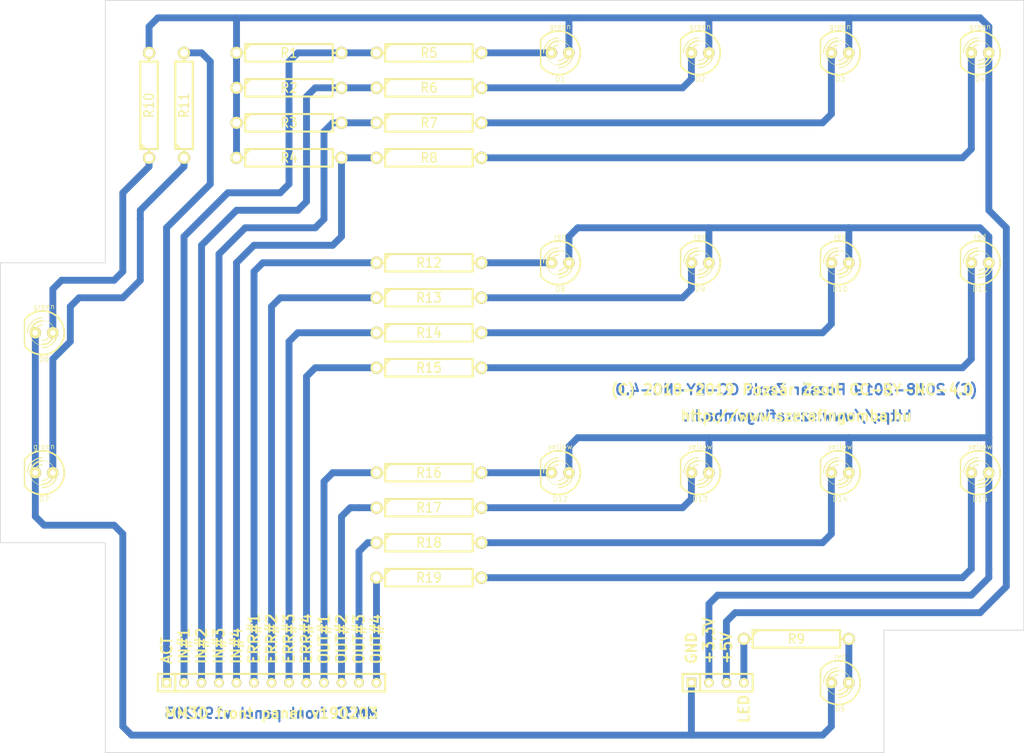
<source format=kicad_pcb>
(kicad_pcb (version 3) (host pcbnew "(22-Jun-2014 BZR 4027)-stable")

  (general
    (links 0)
    (no_connects 0)
    (area 64.719999 44.399999 213.410001 153.720001)
    (thickness 1.6)
    (drawings 33)
    (tracks 169)
    (zones 0)
    (modules 36)
    (nets 1)
  )

  (page A4)
  (title_block 
    (title "MM3D growing house controlling and remote monitoring system")
    (rev 190203)
    (company "Pozsar Zsolt")
    (comment 1 "Front panel")
  )

  (layers
    (15 F.Cu jumper)
    (0 B.Cu signal)
    (17 F.Adhes user)
    (19 F.Paste user)
    (21 F.SilkS user)
    (28 Edge.Cuts user)
  )

  (setup
    (last_trace_width 1)
    (trace_clearance 0.127)
    (zone_clearance 0.508)
    (zone_45_only no)
    (trace_min 0.254)
    (segment_width 0.2)
    (edge_width 0.1)
    (via_size 2.54)
    (via_drill 0.8)
    (via_min_size 0.889)
    (via_min_drill 0.508)
    (uvia_size 2.54)
    (uvia_drill 0.8)
    (uvias_allowed no)
    (uvia_min_size 0.508)
    (uvia_min_drill 0.127)
    (pcb_text_width 0.3)
    (pcb_text_size 1.5 1.5)
    (mod_edge_width 0.15)
    (mod_text_size 1 1)
    (mod_text_width 0.15)
    (pad_size 2 2)
    (pad_drill 1)
    (pad_to_mask_clearance 0)
    (aux_axis_origin 0 0)
    (visible_elements 7FFFFBFF)
    (pcbplotparams
      (layerselection 2097152)
      (usegerberextensions false)
      (excludeedgelayer false)
      (linewidth 0.100000)
      (plotframeref true)
      (viasonmask false)
      (mode 1)
      (useauxorigin false)
      (hpglpennumber 1)
      (hpglpenspeed 20)
      (hpglpendiameter 15)
      (hpglpenoverlay 2)
      (psnegative false)
      (psa4output false)
      (plotreference true)
      (plotvalue false)
      (plotothertext false)
      (plotinvisibletext false)
      (padsonsilk false)
      (subtractmaskfromsilk false)
      (outputformat 5)
      (mirror false)
      (drillshape 0)
      (scaleselection 1)
      (outputdirectory ""))
  )

  (net 0 "")

  (net_class Default "This is the default net class."
    (clearance 0.127)
    (trace_width 1)
    (via_dia 2.54)
    (via_drill 0.8)
    (uvia_dia 2.54)
    (uvia_drill 0.8)
    (add_net "")
  )

  (module R6 (layer F.Cu) (tedit 5C55FE64) (tstamp 5C55EB96)
    (at 86.36 59.69 90)
    (descr "Resistance 6 pas")
    (tags R)
    (autoplace_cost180 10)
    (fp_text reference R10 (at 0 0 90) (layer F.SilkS)
      (effects (font (size 1.397 1.27) (thickness 0.2032)))
    )
    (fp_text value Val* (at 0.254 0 90) (layer F.SilkS) hide
      (effects (font (size 1.397 1.27) (thickness 0.2032)))
    )
    (fp_line (start -6.35 -1.27) (end 6.35 -1.27) (layer F.SilkS) (width 0.3048))
    (fp_line (start 6.35 -1.27) (end 6.35 1.27) (layer F.SilkS) (width 0.3048))
    (fp_line (start 6.35 1.27) (end -6.35 1.27) (layer F.SilkS) (width 0.3048))
    (fp_line (start 6.35 0) (end 7.62 0) (layer F.SilkS) (width 0.3048))
    (fp_line (start -7.62 0) (end -6.35 0) (layer F.SilkS) (width 0.3048))
    (fp_line (start -6.35 -0.508) (end -5.588 -1.27) (layer F.SilkS) (width 0.3048))
    (fp_line (start -6.35 -1.27) (end -6.35 1.27) (layer F.SilkS) (width 0.3048))
    (pad 1 thru_hole circle (at -7.62 0 90) (size 1.778 1.778) (drill 1.143)
      (layers *.Cu *.Mask F.SilkS)
    )
    (pad 2 thru_hole circle (at 7.62 0 90) (size 1.778 1.778) (drill 1.143)
      (layers *.Cu *.Mask F.SilkS)
    )
    (model discret/resistor.wrl
      (at (xyz 0 0 0))
      (scale (xyz 0.6 0.6 0.6))
      (rotate (xyz 0 0 0))
    )
  )

  (module R6 (layer F.Cu) (tedit 5C55FE6B) (tstamp 5C55EB5F)
    (at 91.44 59.69 90)
    (descr "Resistance 6 pas")
    (tags R)
    (autoplace_cost180 10)
    (fp_text reference R11 (at 0 0 90) (layer F.SilkS)
      (effects (font (size 1.397 1.27) (thickness 0.2032)))
    )
    (fp_text value Val* (at 0.254 0 90) (layer F.SilkS) hide
      (effects (font (size 1.397 1.27) (thickness 0.2032)))
    )
    (fp_line (start -6.35 -1.27) (end 6.35 -1.27) (layer F.SilkS) (width 0.3048))
    (fp_line (start 6.35 -1.27) (end 6.35 1.27) (layer F.SilkS) (width 0.3048))
    (fp_line (start 6.35 1.27) (end -6.35 1.27) (layer F.SilkS) (width 0.3048))
    (fp_line (start 6.35 0) (end 7.62 0) (layer F.SilkS) (width 0.3048))
    (fp_line (start -7.62 0) (end -6.35 0) (layer F.SilkS) (width 0.3048))
    (fp_line (start -6.35 -0.508) (end -5.588 -1.27) (layer F.SilkS) (width 0.3048))
    (fp_line (start -6.35 -1.27) (end -6.35 1.27) (layer F.SilkS) (width 0.3048))
    (pad 1 thru_hole circle (at -7.62 0 90) (size 1.778 1.778) (drill 1.143)
      (layers *.Cu *.Mask F.SilkS)
    )
    (pad 2 thru_hole circle (at 7.62 0 90) (size 1.778 1.778) (drill 1.143)
      (layers *.Cu *.Mask F.SilkS)
    )
    (model discret/resistor.wrl
      (at (xyz 0 0 0))
      (scale (xyz 0.6 0.6 0.6))
      (rotate (xyz 0 0 0))
    )
  )

  (module R6 (layer F.Cu) (tedit 5C55FF1E) (tstamp 5C55EAA4)
    (at 127 118.11)
    (descr "Resistance 6 pas")
    (tags R)
    (autoplace_cost180 10)
    (fp_text reference R17 (at 0 0) (layer F.SilkS)
      (effects (font (size 1.397 1.27) (thickness 0.2032)))
    )
    (fp_text value Val* (at 0.254 0) (layer F.SilkS) hide
      (effects (font (size 1.397 1.27) (thickness 0.2032)))
    )
    (fp_line (start -6.35 -1.27) (end 6.35 -1.27) (layer F.SilkS) (width 0.3048))
    (fp_line (start 6.35 -1.27) (end 6.35 1.27) (layer F.SilkS) (width 0.3048))
    (fp_line (start 6.35 1.27) (end -6.35 1.27) (layer F.SilkS) (width 0.3048))
    (fp_line (start 6.35 0) (end 7.62 0) (layer F.SilkS) (width 0.3048))
    (fp_line (start -7.62 0) (end -6.35 0) (layer F.SilkS) (width 0.3048))
    (fp_line (start -6.35 -0.508) (end -5.588 -1.27) (layer F.SilkS) (width 0.3048))
    (fp_line (start -6.35 -1.27) (end -6.35 1.27) (layer F.SilkS) (width 0.3048))
    (pad 1 thru_hole circle (at -7.62 0) (size 1.778 1.778) (drill 1.143)
      (layers *.Cu *.Mask F.SilkS)
    )
    (pad 2 thru_hole circle (at 7.62 0) (size 1.778 1.778) (drill 1.143)
      (layers *.Cu *.Mask F.SilkS)
    )
    (model discret/resistor.wrl
      (at (xyz 0 0 0))
      (scale (xyz 0.6 0.6 0.6))
      (rotate (xyz 0 0 0))
    )
  )

  (module R6 (layer F.Cu) (tedit 5C55FF18) (tstamp 5C55EA98)
    (at 127 113.03)
    (descr "Resistance 6 pas")
    (tags R)
    (autoplace_cost180 10)
    (fp_text reference R16 (at 0 0) (layer F.SilkS)
      (effects (font (size 1.397 1.27) (thickness 0.2032)))
    )
    (fp_text value Val* (at 0.254 0) (layer F.SilkS) hide
      (effects (font (size 1.397 1.27) (thickness 0.2032)))
    )
    (fp_line (start -6.35 -1.27) (end 6.35 -1.27) (layer F.SilkS) (width 0.3048))
    (fp_line (start 6.35 -1.27) (end 6.35 1.27) (layer F.SilkS) (width 0.3048))
    (fp_line (start 6.35 1.27) (end -6.35 1.27) (layer F.SilkS) (width 0.3048))
    (fp_line (start 6.35 0) (end 7.62 0) (layer F.SilkS) (width 0.3048))
    (fp_line (start -7.62 0) (end -6.35 0) (layer F.SilkS) (width 0.3048))
    (fp_line (start -6.35 -0.508) (end -5.588 -1.27) (layer F.SilkS) (width 0.3048))
    (fp_line (start -6.35 -1.27) (end -6.35 1.27) (layer F.SilkS) (width 0.3048))
    (pad 1 thru_hole circle (at -7.62 0) (size 1.778 1.778) (drill 1.143)
      (layers *.Cu *.Mask F.SilkS)
    )
    (pad 2 thru_hole circle (at 7.62 0) (size 1.778 1.778) (drill 1.143)
      (layers *.Cu *.Mask F.SilkS)
    )
    (model discret/resistor.wrl
      (at (xyz 0 0 0))
      (scale (xyz 0.6 0.6 0.6))
      (rotate (xyz 0 0 0))
    )
  )

  (module R6 (layer F.Cu) (tedit 5C55FF23) (tstamp 5C55EA8C)
    (at 127 123.19)
    (descr "Resistance 6 pas")
    (tags R)
    (autoplace_cost180 10)
    (fp_text reference R18 (at 0 0) (layer F.SilkS)
      (effects (font (size 1.397 1.27) (thickness 0.2032)))
    )
    (fp_text value Val* (at 0.254 0) (layer F.SilkS) hide
      (effects (font (size 1.397 1.27) (thickness 0.2032)))
    )
    (fp_line (start -6.35 -1.27) (end 6.35 -1.27) (layer F.SilkS) (width 0.3048))
    (fp_line (start 6.35 -1.27) (end 6.35 1.27) (layer F.SilkS) (width 0.3048))
    (fp_line (start 6.35 1.27) (end -6.35 1.27) (layer F.SilkS) (width 0.3048))
    (fp_line (start 6.35 0) (end 7.62 0) (layer F.SilkS) (width 0.3048))
    (fp_line (start -7.62 0) (end -6.35 0) (layer F.SilkS) (width 0.3048))
    (fp_line (start -6.35 -0.508) (end -5.588 -1.27) (layer F.SilkS) (width 0.3048))
    (fp_line (start -6.35 -1.27) (end -6.35 1.27) (layer F.SilkS) (width 0.3048))
    (pad 1 thru_hole circle (at -7.62 0) (size 1.778 1.778) (drill 1.143)
      (layers *.Cu *.Mask F.SilkS)
    )
    (pad 2 thru_hole circle (at 7.62 0) (size 1.778 1.778) (drill 1.143)
      (layers *.Cu *.Mask F.SilkS)
    )
    (model discret/resistor.wrl
      (at (xyz 0 0 0))
      (scale (xyz 0.6 0.6 0.6))
      (rotate (xyz 0 0 0))
    )
  )

  (module R6 (layer F.Cu) (tedit 5C55FF29) (tstamp 5C55EA80)
    (at 127 128.27)
    (descr "Resistance 6 pas")
    (tags R)
    (autoplace_cost180 10)
    (fp_text reference R19 (at 0 0) (layer F.SilkS)
      (effects (font (size 1.397 1.27) (thickness 0.2032)))
    )
    (fp_text value Val* (at 0.254 0) (layer F.SilkS) hide
      (effects (font (size 1.397 1.27) (thickness 0.2032)))
    )
    (fp_line (start -6.35 -1.27) (end 6.35 -1.27) (layer F.SilkS) (width 0.3048))
    (fp_line (start 6.35 -1.27) (end 6.35 1.27) (layer F.SilkS) (width 0.3048))
    (fp_line (start 6.35 1.27) (end -6.35 1.27) (layer F.SilkS) (width 0.3048))
    (fp_line (start 6.35 0) (end 7.62 0) (layer F.SilkS) (width 0.3048))
    (fp_line (start -7.62 0) (end -6.35 0) (layer F.SilkS) (width 0.3048))
    (fp_line (start -6.35 -0.508) (end -5.588 -1.27) (layer F.SilkS) (width 0.3048))
    (fp_line (start -6.35 -1.27) (end -6.35 1.27) (layer F.SilkS) (width 0.3048))
    (pad 1 thru_hole circle (at -7.62 0) (size 1.778 1.778) (drill 1.143)
      (layers *.Cu *.Mask F.SilkS)
    )
    (pad 2 thru_hole circle (at 7.62 0) (size 1.778 1.778) (drill 1.143)
      (layers *.Cu *.Mask F.SilkS)
    )
    (model discret/resistor.wrl
      (at (xyz 0 0 0))
      (scale (xyz 0.6 0.6 0.6))
      (rotate (xyz 0 0 0))
    )
  )

  (module LED-5MM (layer F.Cu) (tedit 5C55FAEE) (tstamp 5C55EA63)
    (at 186.69 143.51 180)
    (descr "LED 5mm - Lead pitch 100mil (2,54mm)")
    (tags "LED led 5mm 5MM 100mil 2,54mm")
    (fp_text reference D5 (at 0 -3.81 180) (layer F.SilkS)
      (effects (font (size 0.762 0.762) (thickness 0.0889)))
    )
    (fp_text value red (at 0 3.81 180) (layer F.SilkS)
      (effects (font (size 0.762 0.762) (thickness 0.0889)))
    )
    (fp_line (start 2.8448 1.905) (end 2.8448 -1.905) (layer F.SilkS) (width 0.2032))
    (fp_circle (center 0.254 0) (end -1.016 1.27) (layer F.SilkS) (width 0.0762))
    (fp_arc (start 0.254 0) (end 2.794 1.905) (angle 286.2) (layer F.SilkS) (width 0.254))
    (fp_arc (start 0.254 0) (end -0.889 0) (angle 90) (layer F.SilkS) (width 0.1524))
    (fp_arc (start 0.254 0) (end 1.397 0) (angle 90) (layer F.SilkS) (width 0.1524))
    (fp_arc (start 0.254 0) (end -1.397 0) (angle 90) (layer F.SilkS) (width 0.1524))
    (fp_arc (start 0.254 0) (end 1.905 0) (angle 90) (layer F.SilkS) (width 0.1524))
    (fp_arc (start 0.254 0) (end -1.905 0) (angle 90) (layer F.SilkS) (width 0.1524))
    (fp_arc (start 0.254 0) (end 2.413 0) (angle 90) (layer F.SilkS) (width 0.1524))
    (pad 1 thru_hole circle (at -1.27 0 180) (size 1.6764 1.6764) (drill 0.8128)
      (layers *.Cu *.Mask F.SilkS)
    )
    (pad 2 thru_hole circle (at 1.27 0 180) (size 1.6764 1.6764) (drill 0.8128)
      (layers *.Cu *.Mask F.SilkS)
    )
    (model discret/leds/led5_vertical_verde.wrl
      (at (xyz 0 0 0))
      (scale (xyz 1 1 1))
      (rotate (xyz 0 0 0))
    )
  )

  (module R6 (layer F.Cu) (tedit 5C55FF0D) (tstamp 5C55E86E)
    (at 127 97.79)
    (descr "Resistance 6 pas")
    (tags R)
    (autoplace_cost180 10)
    (fp_text reference R15 (at 0 0) (layer F.SilkS)
      (effects (font (size 1.397 1.27) (thickness 0.2032)))
    )
    (fp_text value Val* (at 0.254 0) (layer F.SilkS) hide
      (effects (font (size 1.397 1.27) (thickness 0.2032)))
    )
    (fp_line (start -6.35 -1.27) (end 6.35 -1.27) (layer F.SilkS) (width 0.3048))
    (fp_line (start 6.35 -1.27) (end 6.35 1.27) (layer F.SilkS) (width 0.3048))
    (fp_line (start 6.35 1.27) (end -6.35 1.27) (layer F.SilkS) (width 0.3048))
    (fp_line (start 6.35 0) (end 7.62 0) (layer F.SilkS) (width 0.3048))
    (fp_line (start -7.62 0) (end -6.35 0) (layer F.SilkS) (width 0.3048))
    (fp_line (start -6.35 -0.508) (end -5.588 -1.27) (layer F.SilkS) (width 0.3048))
    (fp_line (start -6.35 -1.27) (end -6.35 1.27) (layer F.SilkS) (width 0.3048))
    (pad 1 thru_hole circle (at -7.62 0) (size 1.778 1.778) (drill 1.143)
      (layers *.Cu *.Mask F.SilkS)
    )
    (pad 2 thru_hole circle (at 7.62 0) (size 1.778 1.778) (drill 1.143)
      (layers *.Cu *.Mask F.SilkS)
    )
    (model discret/resistor.wrl
      (at (xyz 0 0 0))
      (scale (xyz 0.6 0.6 0.6))
      (rotate (xyz 0 0 0))
    )
  )

  (module R6 (layer F.Cu) (tedit 5C55FF07) (tstamp 5C55E862)
    (at 127 92.71)
    (descr "Resistance 6 pas")
    (tags R)
    (autoplace_cost180 10)
    (fp_text reference R14 (at 0 0) (layer F.SilkS)
      (effects (font (size 1.397 1.27) (thickness 0.2032)))
    )
    (fp_text value Val* (at 0.254 0) (layer F.SilkS) hide
      (effects (font (size 1.397 1.27) (thickness 0.2032)))
    )
    (fp_line (start -6.35 -1.27) (end 6.35 -1.27) (layer F.SilkS) (width 0.3048))
    (fp_line (start 6.35 -1.27) (end 6.35 1.27) (layer F.SilkS) (width 0.3048))
    (fp_line (start 6.35 1.27) (end -6.35 1.27) (layer F.SilkS) (width 0.3048))
    (fp_line (start 6.35 0) (end 7.62 0) (layer F.SilkS) (width 0.3048))
    (fp_line (start -7.62 0) (end -6.35 0) (layer F.SilkS) (width 0.3048))
    (fp_line (start -6.35 -0.508) (end -5.588 -1.27) (layer F.SilkS) (width 0.3048))
    (fp_line (start -6.35 -1.27) (end -6.35 1.27) (layer F.SilkS) (width 0.3048))
    (pad 1 thru_hole circle (at -7.62 0) (size 1.778 1.778) (drill 1.143)
      (layers *.Cu *.Mask F.SilkS)
    )
    (pad 2 thru_hole circle (at 7.62 0) (size 1.778 1.778) (drill 1.143)
      (layers *.Cu *.Mask F.SilkS)
    )
    (model discret/resistor.wrl
      (at (xyz 0 0 0))
      (scale (xyz 0.6 0.6 0.6))
      (rotate (xyz 0 0 0))
    )
  )

  (module R6 (layer F.Cu) (tedit 5C55FEFD) (tstamp 5C55E856)
    (at 127 82.55)
    (descr "Resistance 6 pas")
    (tags R)
    (autoplace_cost180 10)
    (fp_text reference R12 (at 0 0) (layer F.SilkS)
      (effects (font (size 1.397 1.27) (thickness 0.2032)))
    )
    (fp_text value Val* (at 0.254 0) (layer F.SilkS) hide
      (effects (font (size 1.397 1.27) (thickness 0.2032)))
    )
    (fp_line (start -6.35 -1.27) (end 6.35 -1.27) (layer F.SilkS) (width 0.3048))
    (fp_line (start 6.35 -1.27) (end 6.35 1.27) (layer F.SilkS) (width 0.3048))
    (fp_line (start 6.35 1.27) (end -6.35 1.27) (layer F.SilkS) (width 0.3048))
    (fp_line (start 6.35 0) (end 7.62 0) (layer F.SilkS) (width 0.3048))
    (fp_line (start -7.62 0) (end -6.35 0) (layer F.SilkS) (width 0.3048))
    (fp_line (start -6.35 -0.508) (end -5.588 -1.27) (layer F.SilkS) (width 0.3048))
    (fp_line (start -6.35 -1.27) (end -6.35 1.27) (layer F.SilkS) (width 0.3048))
    (pad 1 thru_hole circle (at -7.62 0) (size 1.778 1.778) (drill 1.143)
      (layers *.Cu *.Mask F.SilkS)
    )
    (pad 2 thru_hole circle (at 7.62 0) (size 1.778 1.778) (drill 1.143)
      (layers *.Cu *.Mask F.SilkS)
    )
    (model discret/resistor.wrl
      (at (xyz 0 0 0))
      (scale (xyz 0.6 0.6 0.6))
      (rotate (xyz 0 0 0))
    )
  )

  (module R6 (layer F.Cu) (tedit 5C55FF02) (tstamp 5C55E84A)
    (at 127 87.63)
    (descr "Resistance 6 pas")
    (tags R)
    (autoplace_cost180 10)
    (fp_text reference R13 (at 0 0) (layer F.SilkS)
      (effects (font (size 1.397 1.27) (thickness 0.2032)))
    )
    (fp_text value Val* (at 0.254 0) (layer F.SilkS) hide
      (effects (font (size 1.397 1.27) (thickness 0.2032)))
    )
    (fp_line (start -6.35 -1.27) (end 6.35 -1.27) (layer F.SilkS) (width 0.3048))
    (fp_line (start 6.35 -1.27) (end 6.35 1.27) (layer F.SilkS) (width 0.3048))
    (fp_line (start 6.35 1.27) (end -6.35 1.27) (layer F.SilkS) (width 0.3048))
    (fp_line (start 6.35 0) (end 7.62 0) (layer F.SilkS) (width 0.3048))
    (fp_line (start -7.62 0) (end -6.35 0) (layer F.SilkS) (width 0.3048))
    (fp_line (start -6.35 -0.508) (end -5.588 -1.27) (layer F.SilkS) (width 0.3048))
    (fp_line (start -6.35 -1.27) (end -6.35 1.27) (layer F.SilkS) (width 0.3048))
    (pad 1 thru_hole circle (at -7.62 0) (size 1.778 1.778) (drill 1.143)
      (layers *.Cu *.Mask F.SilkS)
    )
    (pad 2 thru_hole circle (at 7.62 0) (size 1.778 1.778) (drill 1.143)
      (layers *.Cu *.Mask F.SilkS)
    )
    (model discret/resistor.wrl
      (at (xyz 0 0 0))
      (scale (xyz 0.6 0.6 0.6))
      (rotate (xyz 0 0 0))
    )
  )

  (module LED-5MM (layer F.Cu) (tedit 5C55FA67) (tstamp 5C57B113)
    (at 146.05 52.07 180)
    (descr "LED 5mm - Lead pitch 100mil (2,54mm)")
    (tags "LED led 5mm 5MM 100mil 2,54mm")
    (fp_text reference D1 (at 0 -3.81 180) (layer F.SilkS)
      (effects (font (size 0.762 0.762) (thickness 0.0889)))
    )
    (fp_text value green (at 0 3.81 180) (layer F.SilkS)
      (effects (font (size 0.762 0.762) (thickness 0.0889)))
    )
    (fp_line (start 2.8448 1.905) (end 2.8448 -1.905) (layer F.SilkS) (width 0.2032))
    (fp_circle (center 0.254 0) (end -1.016 1.27) (layer F.SilkS) (width 0.0762))
    (fp_arc (start 0.254 0) (end 2.794 1.905) (angle 286.2) (layer F.SilkS) (width 0.254))
    (fp_arc (start 0.254 0) (end -0.889 0) (angle 90) (layer F.SilkS) (width 0.1524))
    (fp_arc (start 0.254 0) (end 1.397 0) (angle 90) (layer F.SilkS) (width 0.1524))
    (fp_arc (start 0.254 0) (end -1.397 0) (angle 90) (layer F.SilkS) (width 0.1524))
    (fp_arc (start 0.254 0) (end 1.905 0) (angle 90) (layer F.SilkS) (width 0.1524))
    (fp_arc (start 0.254 0) (end -1.905 0) (angle 90) (layer F.SilkS) (width 0.1524))
    (fp_arc (start 0.254 0) (end 2.413 0) (angle 90) (layer F.SilkS) (width 0.1524))
    (pad 1 thru_hole circle (at -1.27 0 180) (size 1.6764 1.6764) (drill 0.8128)
      (layers *.Cu *.Mask F.SilkS)
    )
    (pad 2 thru_hole circle (at 1.27 0 180) (size 1.6764 1.6764) (drill 0.8128)
      (layers *.Cu *.Mask F.SilkS)
    )
    (model discret/leds/led5_vertical_verde.wrl
      (at (xyz 0 0 0))
      (scale (xyz 1 1 1))
      (rotate (xyz 0 0 0))
    )
  )

  (module LED-5MM (layer F.Cu) (tedit 5C55FA83) (tstamp 5C57B105)
    (at 166.37 52.07 180)
    (descr "LED 5mm - Lead pitch 100mil (2,54mm)")
    (tags "LED led 5mm 5MM 100mil 2,54mm")
    (fp_text reference D2 (at 0 -3.81 180) (layer F.SilkS)
      (effects (font (size 0.762 0.762) (thickness 0.0889)))
    )
    (fp_text value green (at 0 3.81 180) (layer F.SilkS)
      (effects (font (size 0.762 0.762) (thickness 0.0889)))
    )
    (fp_line (start 2.8448 1.905) (end 2.8448 -1.905) (layer F.SilkS) (width 0.2032))
    (fp_circle (center 0.254 0) (end -1.016 1.27) (layer F.SilkS) (width 0.0762))
    (fp_arc (start 0.254 0) (end 2.794 1.905) (angle 286.2) (layer F.SilkS) (width 0.254))
    (fp_arc (start 0.254 0) (end -0.889 0) (angle 90) (layer F.SilkS) (width 0.1524))
    (fp_arc (start 0.254 0) (end 1.397 0) (angle 90) (layer F.SilkS) (width 0.1524))
    (fp_arc (start 0.254 0) (end -1.397 0) (angle 90) (layer F.SilkS) (width 0.1524))
    (fp_arc (start 0.254 0) (end 1.905 0) (angle 90) (layer F.SilkS) (width 0.1524))
    (fp_arc (start 0.254 0) (end -1.905 0) (angle 90) (layer F.SilkS) (width 0.1524))
    (fp_arc (start 0.254 0) (end 2.413 0) (angle 90) (layer F.SilkS) (width 0.1524))
    (pad 1 thru_hole circle (at -1.27 0 180) (size 1.6764 1.6764) (drill 0.8128)
      (layers *.Cu *.Mask F.SilkS)
    )
    (pad 2 thru_hole circle (at 1.27 0 180) (size 1.6764 1.6764) (drill 0.8128)
      (layers *.Cu *.Mask F.SilkS)
    )
    (model discret/leds/led5_vertical_verde.wrl
      (at (xyz 0 0 0))
      (scale (xyz 1 1 1))
      (rotate (xyz 0 0 0))
    )
  )

  (module LED-5MM (layer F.Cu) (tedit 5C55FA99) (tstamp 5C57B0F7)
    (at 186.69 52.07 180)
    (descr "LED 5mm - Lead pitch 100mil (2,54mm)")
    (tags "LED led 5mm 5MM 100mil 2,54mm")
    (fp_text reference D3 (at 0 -3.81 180) (layer F.SilkS)
      (effects (font (size 0.762 0.762) (thickness 0.0889)))
    )
    (fp_text value green (at 0 3.81 180) (layer F.SilkS)
      (effects (font (size 0.762 0.762) (thickness 0.0889)))
    )
    (fp_line (start 2.8448 1.905) (end 2.8448 -1.905) (layer F.SilkS) (width 0.2032))
    (fp_circle (center 0.254 0) (end -1.016 1.27) (layer F.SilkS) (width 0.0762))
    (fp_arc (start 0.254 0) (end 2.794 1.905) (angle 286.2) (layer F.SilkS) (width 0.254))
    (fp_arc (start 0.254 0) (end -0.889 0) (angle 90) (layer F.SilkS) (width 0.1524))
    (fp_arc (start 0.254 0) (end 1.397 0) (angle 90) (layer F.SilkS) (width 0.1524))
    (fp_arc (start 0.254 0) (end -1.397 0) (angle 90) (layer F.SilkS) (width 0.1524))
    (fp_arc (start 0.254 0) (end 1.905 0) (angle 90) (layer F.SilkS) (width 0.1524))
    (fp_arc (start 0.254 0) (end -1.905 0) (angle 90) (layer F.SilkS) (width 0.1524))
    (fp_arc (start 0.254 0) (end 2.413 0) (angle 90) (layer F.SilkS) (width 0.1524))
    (pad 1 thru_hole circle (at -1.27 0 180) (size 1.6764 1.6764) (drill 0.8128)
      (layers *.Cu *.Mask F.SilkS)
    )
    (pad 2 thru_hole circle (at 1.27 0 180) (size 1.6764 1.6764) (drill 0.8128)
      (layers *.Cu *.Mask F.SilkS)
    )
    (model discret/leds/led5_vertical_verde.wrl
      (at (xyz 0 0 0))
      (scale (xyz 1 1 1))
      (rotate (xyz 0 0 0))
    )
  )

  (module LED-5MM (layer F.Cu) (tedit 5C55FAAC) (tstamp 5C57B0E9)
    (at 207.01 52.07 180)
    (descr "LED 5mm - Lead pitch 100mil (2,54mm)")
    (tags "LED led 5mm 5MM 100mil 2,54mm")
    (fp_text reference D4 (at 0 -3.81 180) (layer F.SilkS)
      (effects (font (size 0.762 0.762) (thickness 0.0889)))
    )
    (fp_text value green (at 0 3.81 180) (layer F.SilkS)
      (effects (font (size 0.762 0.762) (thickness 0.0889)))
    )
    (fp_line (start 2.8448 1.905) (end 2.8448 -1.905) (layer F.SilkS) (width 0.2032))
    (fp_circle (center 0.254 0) (end -1.016 1.27) (layer F.SilkS) (width 0.0762))
    (fp_arc (start 0.254 0) (end 2.794 1.905) (angle 286.2) (layer F.SilkS) (width 0.254))
    (fp_arc (start 0.254 0) (end -0.889 0) (angle 90) (layer F.SilkS) (width 0.1524))
    (fp_arc (start 0.254 0) (end 1.397 0) (angle 90) (layer F.SilkS) (width 0.1524))
    (fp_arc (start 0.254 0) (end -1.397 0) (angle 90) (layer F.SilkS) (width 0.1524))
    (fp_arc (start 0.254 0) (end 1.905 0) (angle 90) (layer F.SilkS) (width 0.1524))
    (fp_arc (start 0.254 0) (end -1.905 0) (angle 90) (layer F.SilkS) (width 0.1524))
    (fp_arc (start 0.254 0) (end 2.413 0) (angle 90) (layer F.SilkS) (width 0.1524))
    (pad 1 thru_hole circle (at -1.27 0 180) (size 1.6764 1.6764) (drill 0.8128)
      (layers *.Cu *.Mask F.SilkS)
    )
    (pad 2 thru_hole circle (at 1.27 0 180) (size 1.6764 1.6764) (drill 0.8128)
      (layers *.Cu *.Mask F.SilkS)
    )
    (model discret/leds/led5_vertical_verde.wrl
      (at (xyz 0 0 0))
      (scale (xyz 1 1 1))
      (rotate (xyz 0 0 0))
    )
  )

  (module LED-5MM (layer F.Cu) (tedit 5C55FEA2) (tstamp 5C57B0DB)
    (at 207.01 82.55 180)
    (descr "LED 5mm - Lead pitch 100mil (2,54mm)")
    (tags "LED led 5mm 5MM 100mil 2,54mm")
    (fp_text reference D11 (at 0 -3.81 180) (layer F.SilkS)
      (effects (font (size 0.762 0.762) (thickness 0.0889)))
    )
    (fp_text value red (at 0 3.81 180) (layer F.SilkS)
      (effects (font (size 0.762 0.762) (thickness 0.0889)))
    )
    (fp_line (start 2.8448 1.905) (end 2.8448 -1.905) (layer F.SilkS) (width 0.2032))
    (fp_circle (center 0.254 0) (end -1.016 1.27) (layer F.SilkS) (width 0.0762))
    (fp_arc (start 0.254 0) (end 2.794 1.905) (angle 286.2) (layer F.SilkS) (width 0.254))
    (fp_arc (start 0.254 0) (end -0.889 0) (angle 90) (layer F.SilkS) (width 0.1524))
    (fp_arc (start 0.254 0) (end 1.397 0) (angle 90) (layer F.SilkS) (width 0.1524))
    (fp_arc (start 0.254 0) (end -1.397 0) (angle 90) (layer F.SilkS) (width 0.1524))
    (fp_arc (start 0.254 0) (end 1.905 0) (angle 90) (layer F.SilkS) (width 0.1524))
    (fp_arc (start 0.254 0) (end -1.905 0) (angle 90) (layer F.SilkS) (width 0.1524))
    (fp_arc (start 0.254 0) (end 2.413 0) (angle 90) (layer F.SilkS) (width 0.1524))
    (pad 1 thru_hole circle (at -1.27 0 180) (size 1.6764 1.6764) (drill 0.8128)
      (layers *.Cu *.Mask F.SilkS)
    )
    (pad 2 thru_hole circle (at 1.27 0 180) (size 1.6764 1.6764) (drill 0.8128)
      (layers *.Cu *.Mask F.SilkS)
    )
    (model discret/leds/led5_vertical_verde.wrl
      (at (xyz 0 0 0))
      (scale (xyz 1 1 1))
      (rotate (xyz 0 0 0))
    )
  )

  (module LED-5MM (layer F.Cu) (tedit 5C55FEA6) (tstamp 5C57B0CD)
    (at 186.69 82.55 180)
    (descr "LED 5mm - Lead pitch 100mil (2,54mm)")
    (tags "LED led 5mm 5MM 100mil 2,54mm")
    (fp_text reference D10 (at 0 -3.81 180) (layer F.SilkS)
      (effects (font (size 0.762 0.762) (thickness 0.0889)))
    )
    (fp_text value red (at 0 3.81 180) (layer F.SilkS)
      (effects (font (size 0.762 0.762) (thickness 0.0889)))
    )
    (fp_line (start 2.8448 1.905) (end 2.8448 -1.905) (layer F.SilkS) (width 0.2032))
    (fp_circle (center 0.254 0) (end -1.016 1.27) (layer F.SilkS) (width 0.0762))
    (fp_arc (start 0.254 0) (end 2.794 1.905) (angle 286.2) (layer F.SilkS) (width 0.254))
    (fp_arc (start 0.254 0) (end -0.889 0) (angle 90) (layer F.SilkS) (width 0.1524))
    (fp_arc (start 0.254 0) (end 1.397 0) (angle 90) (layer F.SilkS) (width 0.1524))
    (fp_arc (start 0.254 0) (end -1.397 0) (angle 90) (layer F.SilkS) (width 0.1524))
    (fp_arc (start 0.254 0) (end 1.905 0) (angle 90) (layer F.SilkS) (width 0.1524))
    (fp_arc (start 0.254 0) (end -1.905 0) (angle 90) (layer F.SilkS) (width 0.1524))
    (fp_arc (start 0.254 0) (end 2.413 0) (angle 90) (layer F.SilkS) (width 0.1524))
    (pad 1 thru_hole circle (at -1.27 0 180) (size 1.6764 1.6764) (drill 0.8128)
      (layers *.Cu *.Mask F.SilkS)
    )
    (pad 2 thru_hole circle (at 1.27 0 180) (size 1.6764 1.6764) (drill 0.8128)
      (layers *.Cu *.Mask F.SilkS)
    )
    (model discret/leds/led5_vertical_verde.wrl
      (at (xyz 0 0 0))
      (scale (xyz 1 1 1))
      (rotate (xyz 0 0 0))
    )
  )

  (module LED-5MM (layer F.Cu) (tedit 5C55FEAD) (tstamp 5C57B0BF)
    (at 166.37 82.55 180)
    (descr "LED 5mm - Lead pitch 100mil (2,54mm)")
    (tags "LED led 5mm 5MM 100mil 2,54mm")
    (fp_text reference D9 (at 0 -3.81 180) (layer F.SilkS)
      (effects (font (size 0.762 0.762) (thickness 0.0889)))
    )
    (fp_text value red (at 0 3.81 180) (layer F.SilkS)
      (effects (font (size 0.762 0.762) (thickness 0.0889)))
    )
    (fp_line (start 2.8448 1.905) (end 2.8448 -1.905) (layer F.SilkS) (width 0.2032))
    (fp_circle (center 0.254 0) (end -1.016 1.27) (layer F.SilkS) (width 0.0762))
    (fp_arc (start 0.254 0) (end 2.794 1.905) (angle 286.2) (layer F.SilkS) (width 0.254))
    (fp_arc (start 0.254 0) (end -0.889 0) (angle 90) (layer F.SilkS) (width 0.1524))
    (fp_arc (start 0.254 0) (end 1.397 0) (angle 90) (layer F.SilkS) (width 0.1524))
    (fp_arc (start 0.254 0) (end -1.397 0) (angle 90) (layer F.SilkS) (width 0.1524))
    (fp_arc (start 0.254 0) (end 1.905 0) (angle 90) (layer F.SilkS) (width 0.1524))
    (fp_arc (start 0.254 0) (end -1.905 0) (angle 90) (layer F.SilkS) (width 0.1524))
    (fp_arc (start 0.254 0) (end 2.413 0) (angle 90) (layer F.SilkS) (width 0.1524))
    (pad 1 thru_hole circle (at -1.27 0 180) (size 1.6764 1.6764) (drill 0.8128)
      (layers *.Cu *.Mask F.SilkS)
    )
    (pad 2 thru_hole circle (at 1.27 0 180) (size 1.6764 1.6764) (drill 0.8128)
      (layers *.Cu *.Mask F.SilkS)
    )
    (model discret/leds/led5_vertical_verde.wrl
      (at (xyz 0 0 0))
      (scale (xyz 1 1 1))
      (rotate (xyz 0 0 0))
    )
  )

  (module LED-5MM (layer F.Cu) (tedit 5C55FEB1) (tstamp 5C57B0B1)
    (at 146.05 82.55 180)
    (descr "LED 5mm - Lead pitch 100mil (2,54mm)")
    (tags "LED led 5mm 5MM 100mil 2,54mm")
    (fp_text reference D8 (at 0 -3.81 180) (layer F.SilkS)
      (effects (font (size 0.762 0.762) (thickness 0.0889)))
    )
    (fp_text value red (at 0 3.81 180) (layer F.SilkS)
      (effects (font (size 0.762 0.762) (thickness 0.0889)))
    )
    (fp_line (start 2.8448 1.905) (end 2.8448 -1.905) (layer F.SilkS) (width 0.2032))
    (fp_circle (center 0.254 0) (end -1.016 1.27) (layer F.SilkS) (width 0.0762))
    (fp_arc (start 0.254 0) (end 2.794 1.905) (angle 286.2) (layer F.SilkS) (width 0.254))
    (fp_arc (start 0.254 0) (end -0.889 0) (angle 90) (layer F.SilkS) (width 0.1524))
    (fp_arc (start 0.254 0) (end 1.397 0) (angle 90) (layer F.SilkS) (width 0.1524))
    (fp_arc (start 0.254 0) (end -1.397 0) (angle 90) (layer F.SilkS) (width 0.1524))
    (fp_arc (start 0.254 0) (end 1.905 0) (angle 90) (layer F.SilkS) (width 0.1524))
    (fp_arc (start 0.254 0) (end -1.905 0) (angle 90) (layer F.SilkS) (width 0.1524))
    (fp_arc (start 0.254 0) (end 2.413 0) (angle 90) (layer F.SilkS) (width 0.1524))
    (pad 1 thru_hole circle (at -1.27 0 180) (size 1.6764 1.6764) (drill 0.8128)
      (layers *.Cu *.Mask F.SilkS)
    )
    (pad 2 thru_hole circle (at 1.27 0 180) (size 1.6764 1.6764) (drill 0.8128)
      (layers *.Cu *.Mask F.SilkS)
    )
    (model discret/leds/led5_vertical_verde.wrl
      (at (xyz 0 0 0))
      (scale (xyz 1 1 1))
      (rotate (xyz 0 0 0))
    )
  )

  (module R6 (layer F.Cu) (tedit 5C55F9F0) (tstamp 5C575011)
    (at 106.68 57.15)
    (descr "Resistance 6 pas")
    (tags R)
    (autoplace_cost180 10)
    (fp_text reference R2 (at 0 0) (layer F.SilkS)
      (effects (font (size 1.397 1.27) (thickness 0.2032)))
    )
    (fp_text value Val* (at 0.254 0) (layer F.SilkS) hide
      (effects (font (size 1.397 1.27) (thickness 0.2032)))
    )
    (fp_line (start -6.35 -1.27) (end 6.35 -1.27) (layer F.SilkS) (width 0.3048))
    (fp_line (start 6.35 -1.27) (end 6.35 1.27) (layer F.SilkS) (width 0.3048))
    (fp_line (start 6.35 1.27) (end -6.35 1.27) (layer F.SilkS) (width 0.3048))
    (fp_line (start 6.35 0) (end 7.62 0) (layer F.SilkS) (width 0.3048))
    (fp_line (start -7.62 0) (end -6.35 0) (layer F.SilkS) (width 0.3048))
    (fp_line (start -6.35 -0.508) (end -5.588 -1.27) (layer F.SilkS) (width 0.3048))
    (fp_line (start -6.35 -1.27) (end -6.35 1.27) (layer F.SilkS) (width 0.3048))
    (pad 1 thru_hole circle (at -7.62 0) (size 1.778 1.778) (drill 1.143)
      (layers *.Cu *.Mask F.SilkS)
    )
    (pad 2 thru_hole circle (at 7.62 0) (size 1.778 1.778) (drill 1.143)
      (layers *.Cu *.Mask F.SilkS)
    )
    (model discret/resistor.wrl
      (at (xyz 0 0 0))
      (scale (xyz 0.6 0.6 0.6))
      (rotate (xyz 0 0 0))
    )
  )

  (module R6 (layer F.Cu) (tedit 200000) (tstamp 5C575005)
    (at 127 57.15)
    (descr "Resistance 6 pas")
    (tags R)
    (autoplace_cost180 10)
    (fp_text reference R6 (at 0 0) (layer F.SilkS)
      (effects (font (size 1.397 1.27) (thickness 0.2032)))
    )
    (fp_text value Val* (at 0.254 0) (layer F.SilkS) hide
      (effects (font (size 1.397 1.27) (thickness 0.2032)))
    )
    (fp_line (start -6.35 -1.27) (end 6.35 -1.27) (layer F.SilkS) (width 0.3048))
    (fp_line (start 6.35 -1.27) (end 6.35 1.27) (layer F.SilkS) (width 0.3048))
    (fp_line (start 6.35 1.27) (end -6.35 1.27) (layer F.SilkS) (width 0.3048))
    (fp_line (start 6.35 0) (end 7.62 0) (layer F.SilkS) (width 0.3048))
    (fp_line (start -7.62 0) (end -6.35 0) (layer F.SilkS) (width 0.3048))
    (fp_line (start -6.35 -0.508) (end -5.588 -1.27) (layer F.SilkS) (width 0.3048))
    (fp_line (start -6.35 -1.27) (end -6.35 1.27) (layer F.SilkS) (width 0.3048))
    (pad 1 thru_hole circle (at -7.62 0) (size 1.778 1.778) (drill 1.143)
      (layers *.Cu *.Mask F.SilkS)
    )
    (pad 2 thru_hole circle (at 7.62 0) (size 1.778 1.778) (drill 1.143)
      (layers *.Cu *.Mask F.SilkS)
    )
    (model discret/resistor.wrl
      (at (xyz 0 0 0))
      (scale (xyz 0.6 0.6 0.6))
      (rotate (xyz 0 0 0))
    )
  )

  (module R6 (layer F.Cu) (tedit 5C55FA3B) (tstamp 5C574FF9)
    (at 127 52.07)
    (descr "Resistance 6 pas")
    (tags R)
    (autoplace_cost180 10)
    (fp_text reference R5 (at 0 0) (layer F.SilkS)
      (effects (font (size 1.397 1.27) (thickness 0.2032)))
    )
    (fp_text value Val* (at 0.254 0) (layer F.SilkS) hide
      (effects (font (size 1.397 1.27) (thickness 0.2032)))
    )
    (fp_line (start -6.35 -1.27) (end 6.35 -1.27) (layer F.SilkS) (width 0.3048))
    (fp_line (start 6.35 -1.27) (end 6.35 1.27) (layer F.SilkS) (width 0.3048))
    (fp_line (start 6.35 1.27) (end -6.35 1.27) (layer F.SilkS) (width 0.3048))
    (fp_line (start 6.35 0) (end 7.62 0) (layer F.SilkS) (width 0.3048))
    (fp_line (start -7.62 0) (end -6.35 0) (layer F.SilkS) (width 0.3048))
    (fp_line (start -6.35 -0.508) (end -5.588 -1.27) (layer F.SilkS) (width 0.3048))
    (fp_line (start -6.35 -1.27) (end -6.35 1.27) (layer F.SilkS) (width 0.3048))
    (pad 1 thru_hole circle (at -7.62 0) (size 1.778 1.778) (drill 1.143)
      (layers *.Cu *.Mask F.SilkS)
    )
    (pad 2 thru_hole circle (at 7.62 0) (size 1.778 1.778) (drill 1.143)
      (layers *.Cu *.Mask F.SilkS)
    )
    (model discret/resistor.wrl
      (at (xyz 0 0 0))
      (scale (xyz 0.6 0.6 0.6))
      (rotate (xyz 0 0 0))
    )
  )

  (module R6 (layer F.Cu) (tedit 5C55FA13) (tstamp 5C574FED)
    (at 106.68 52.07)
    (descr "Resistance 6 pas")
    (tags R)
    (autoplace_cost180 10)
    (fp_text reference R1 (at 0 0) (layer F.SilkS)
      (effects (font (size 1.397 1.27) (thickness 0.2032)))
    )
    (fp_text value Val* (at 0.254 0) (layer F.SilkS) hide
      (effects (font (size 1.397 1.27) (thickness 0.2032)))
    )
    (fp_line (start -6.35 -1.27) (end 6.35 -1.27) (layer F.SilkS) (width 0.3048))
    (fp_line (start 6.35 -1.27) (end 6.35 1.27) (layer F.SilkS) (width 0.3048))
    (fp_line (start 6.35 1.27) (end -6.35 1.27) (layer F.SilkS) (width 0.3048))
    (fp_line (start 6.35 0) (end 7.62 0) (layer F.SilkS) (width 0.3048))
    (fp_line (start -7.62 0) (end -6.35 0) (layer F.SilkS) (width 0.3048))
    (fp_line (start -6.35 -0.508) (end -5.588 -1.27) (layer F.SilkS) (width 0.3048))
    (fp_line (start -6.35 -1.27) (end -6.35 1.27) (layer F.SilkS) (width 0.3048))
    (pad 1 thru_hole circle (at -7.62 0) (size 1.778 1.778) (drill 1.143)
      (layers *.Cu *.Mask F.SilkS)
    )
    (pad 2 thru_hole circle (at 7.62 0) (size 1.778 1.778) (drill 1.143)
      (layers *.Cu *.Mask F.SilkS)
    )
    (model discret/resistor.wrl
      (at (xyz 0 0 0))
      (scale (xyz 0.6 0.6 0.6))
      (rotate (xyz 0 0 0))
    )
  )

  (module R6 (layer F.Cu) (tedit 5C55FA2F) (tstamp 5C574FE1)
    (at 106.68 62.23)
    (descr "Resistance 6 pas")
    (tags R)
    (autoplace_cost180 10)
    (fp_text reference R3 (at 0 0) (layer F.SilkS)
      (effects (font (size 1.397 1.27) (thickness 0.2032)))
    )
    (fp_text value Val* (at 0.254 0) (layer F.SilkS) hide
      (effects (font (size 1.397 1.27) (thickness 0.2032)))
    )
    (fp_line (start -6.35 -1.27) (end 6.35 -1.27) (layer F.SilkS) (width 0.3048))
    (fp_line (start 6.35 -1.27) (end 6.35 1.27) (layer F.SilkS) (width 0.3048))
    (fp_line (start 6.35 1.27) (end -6.35 1.27) (layer F.SilkS) (width 0.3048))
    (fp_line (start 6.35 0) (end 7.62 0) (layer F.SilkS) (width 0.3048))
    (fp_line (start -7.62 0) (end -6.35 0) (layer F.SilkS) (width 0.3048))
    (fp_line (start -6.35 -0.508) (end -5.588 -1.27) (layer F.SilkS) (width 0.3048))
    (fp_line (start -6.35 -1.27) (end -6.35 1.27) (layer F.SilkS) (width 0.3048))
    (pad 1 thru_hole circle (at -7.62 0) (size 1.778 1.778) (drill 1.143)
      (layers *.Cu *.Mask F.SilkS)
    )
    (pad 2 thru_hole circle (at 7.62 0) (size 1.778 1.778) (drill 1.143)
      (layers *.Cu *.Mask F.SilkS)
    )
    (model discret/resistor.wrl
      (at (xyz 0 0 0))
      (scale (xyz 0.6 0.6 0.6))
      (rotate (xyz 0 0 0))
    )
  )

  (module R6 (layer F.Cu) (tedit 5C55FA41) (tstamp 5C574FD5)
    (at 127 62.23)
    (descr "Resistance 6 pas")
    (tags R)
    (autoplace_cost180 10)
    (fp_text reference R7 (at 0 0) (layer F.SilkS)
      (effects (font (size 1.397 1.27) (thickness 0.2032)))
    )
    (fp_text value Val* (at 0.254 0) (layer F.SilkS) hide
      (effects (font (size 1.397 1.27) (thickness 0.2032)))
    )
    (fp_line (start -6.35 -1.27) (end 6.35 -1.27) (layer F.SilkS) (width 0.3048))
    (fp_line (start 6.35 -1.27) (end 6.35 1.27) (layer F.SilkS) (width 0.3048))
    (fp_line (start 6.35 1.27) (end -6.35 1.27) (layer F.SilkS) (width 0.3048))
    (fp_line (start 6.35 0) (end 7.62 0) (layer F.SilkS) (width 0.3048))
    (fp_line (start -7.62 0) (end -6.35 0) (layer F.SilkS) (width 0.3048))
    (fp_line (start -6.35 -0.508) (end -5.588 -1.27) (layer F.SilkS) (width 0.3048))
    (fp_line (start -6.35 -1.27) (end -6.35 1.27) (layer F.SilkS) (width 0.3048))
    (pad 1 thru_hole circle (at -7.62 0) (size 1.778 1.778) (drill 1.143)
      (layers *.Cu *.Mask F.SilkS)
    )
    (pad 2 thru_hole circle (at 7.62 0) (size 1.778 1.778) (drill 1.143)
      (layers *.Cu *.Mask F.SilkS)
    )
    (model discret/resistor.wrl
      (at (xyz 0 0 0))
      (scale (xyz 0.6 0.6 0.6))
      (rotate (xyz 0 0 0))
    )
  )

  (module LED-5MM (layer F.Cu) (tedit 5C55FE3D) (tstamp 5C569705)
    (at 71.12 92.71 180)
    (descr "LED 5mm - Lead pitch 100mil (2,54mm)")
    (tags "LED led 5mm 5MM 100mil 2,54mm")
    (fp_text reference D6 (at 0 -3.81 180) (layer F.SilkS)
      (effects (font (size 0.762 0.762) (thickness 0.0889)))
    )
    (fp_text value green (at 0 3.81 180) (layer F.SilkS)
      (effects (font (size 0.762 0.762) (thickness 0.0889)))
    )
    (fp_line (start 2.8448 1.905) (end 2.8448 -1.905) (layer F.SilkS) (width 0.2032))
    (fp_circle (center 0.254 0) (end -1.016 1.27) (layer F.SilkS) (width 0.0762))
    (fp_arc (start 0.254 0) (end 2.794 1.905) (angle 286.2) (layer F.SilkS) (width 0.254))
    (fp_arc (start 0.254 0) (end -0.889 0) (angle 90) (layer F.SilkS) (width 0.1524))
    (fp_arc (start 0.254 0) (end 1.397 0) (angle 90) (layer F.SilkS) (width 0.1524))
    (fp_arc (start 0.254 0) (end -1.397 0) (angle 90) (layer F.SilkS) (width 0.1524))
    (fp_arc (start 0.254 0) (end 1.905 0) (angle 90) (layer F.SilkS) (width 0.1524))
    (fp_arc (start 0.254 0) (end -1.905 0) (angle 90) (layer F.SilkS) (width 0.1524))
    (fp_arc (start 0.254 0) (end 2.413 0) (angle 90) (layer F.SilkS) (width 0.1524))
    (pad 1 thru_hole circle (at -1.27 0 180) (size 1.6764 1.6764) (drill 0.8128)
      (layers *.Cu *.Mask F.SilkS)
    )
    (pad 2 thru_hole circle (at 1.27 0 180) (size 1.6764 1.6764) (drill 0.8128)
      (layers *.Cu *.Mask F.SilkS)
    )
    (model discret/leds/led5_vertical_verde.wrl
      (at (xyz 0 0 0))
      (scale (xyz 1 1 1))
      (rotate (xyz 0 0 0))
    )
  )

  (module LED-5MM (layer F.Cu) (tedit 5C55FE4D) (tstamp 5C5696E9)
    (at 71.12 113.03 180)
    (descr "LED 5mm - Lead pitch 100mil (2,54mm)")
    (tags "LED led 5mm 5MM 100mil 2,54mm")
    (fp_text reference D7 (at 0 -3.81 180) (layer F.SilkS)
      (effects (font (size 0.762 0.762) (thickness 0.0889)))
    )
    (fp_text value green (at 0 3.81 180) (layer F.SilkS)
      (effects (font (size 0.762 0.762) (thickness 0.0889)))
    )
    (fp_line (start 2.8448 1.905) (end 2.8448 -1.905) (layer F.SilkS) (width 0.2032))
    (fp_circle (center 0.254 0) (end -1.016 1.27) (layer F.SilkS) (width 0.0762))
    (fp_arc (start 0.254 0) (end 2.794 1.905) (angle 286.2) (layer F.SilkS) (width 0.254))
    (fp_arc (start 0.254 0) (end -0.889 0) (angle 90) (layer F.SilkS) (width 0.1524))
    (fp_arc (start 0.254 0) (end 1.397 0) (angle 90) (layer F.SilkS) (width 0.1524))
    (fp_arc (start 0.254 0) (end -1.397 0) (angle 90) (layer F.SilkS) (width 0.1524))
    (fp_arc (start 0.254 0) (end 1.905 0) (angle 90) (layer F.SilkS) (width 0.1524))
    (fp_arc (start 0.254 0) (end -1.905 0) (angle 90) (layer F.SilkS) (width 0.1524))
    (fp_arc (start 0.254 0) (end 2.413 0) (angle 90) (layer F.SilkS) (width 0.1524))
    (pad 1 thru_hole circle (at -1.27 0 180) (size 1.6764 1.6764) (drill 0.8128)
      (layers *.Cu *.Mask F.SilkS)
    )
    (pad 2 thru_hole circle (at 1.27 0 180) (size 1.6764 1.6764) (drill 0.8128)
      (layers *.Cu *.Mask F.SilkS)
    )
    (model discret/leds/led5_vertical_verde.wrl
      (at (xyz 0 0 0))
      (scale (xyz 1 1 1))
      (rotate (xyz 0 0 0))
    )
  )

  (module LED-5MM (layer F.Cu) (tedit 5C55FEEE) (tstamp 5C5695D0)
    (at 146.05 113.03 180)
    (descr "LED 5mm - Lead pitch 100mil (2,54mm)")
    (tags "LED led 5mm 5MM 100mil 2,54mm")
    (fp_text reference D12 (at 0 -3.81 180) (layer F.SilkS)
      (effects (font (size 0.762 0.762) (thickness 0.0889)))
    )
    (fp_text value yellow (at 0 3.81 180) (layer F.SilkS)
      (effects (font (size 0.762 0.762) (thickness 0.0889)))
    )
    (fp_line (start 2.8448 1.905) (end 2.8448 -1.905) (layer F.SilkS) (width 0.2032))
    (fp_circle (center 0.254 0) (end -1.016 1.27) (layer F.SilkS) (width 0.0762))
    (fp_arc (start 0.254 0) (end 2.794 1.905) (angle 286.2) (layer F.SilkS) (width 0.254))
    (fp_arc (start 0.254 0) (end -0.889 0) (angle 90) (layer F.SilkS) (width 0.1524))
    (fp_arc (start 0.254 0) (end 1.397 0) (angle 90) (layer F.SilkS) (width 0.1524))
    (fp_arc (start 0.254 0) (end -1.397 0) (angle 90) (layer F.SilkS) (width 0.1524))
    (fp_arc (start 0.254 0) (end 1.905 0) (angle 90) (layer F.SilkS) (width 0.1524))
    (fp_arc (start 0.254 0) (end -1.905 0) (angle 90) (layer F.SilkS) (width 0.1524))
    (fp_arc (start 0.254 0) (end 2.413 0) (angle 90) (layer F.SilkS) (width 0.1524))
    (pad 1 thru_hole circle (at -1.27 0 180) (size 1.6764 1.6764) (drill 0.8128)
      (layers *.Cu *.Mask F.SilkS)
    )
    (pad 2 thru_hole circle (at 1.27 0 180) (size 1.6764 1.6764) (drill 0.8128)
      (layers *.Cu *.Mask F.SilkS)
    )
    (model discret/leds/led5_vertical_verde.wrl
      (at (xyz 0 0 0))
      (scale (xyz 1 1 1))
      (rotate (xyz 0 0 0))
    )
  )

  (module R6 (layer F.Cu) (tedit 5C55FA46) (tstamp 5C574FA8)
    (at 127 67.31)
    (descr "Resistance 6 pas")
    (tags R)
    (autoplace_cost180 10)
    (fp_text reference R8 (at 0 0) (layer F.SilkS)
      (effects (font (size 1.397 1.27) (thickness 0.2032)))
    )
    (fp_text value Val* (at 0.254 0) (layer F.SilkS) hide
      (effects (font (size 1.397 1.27) (thickness 0.2032)))
    )
    (fp_line (start -6.35 -1.27) (end 6.35 -1.27) (layer F.SilkS) (width 0.3048))
    (fp_line (start 6.35 -1.27) (end 6.35 1.27) (layer F.SilkS) (width 0.3048))
    (fp_line (start 6.35 1.27) (end -6.35 1.27) (layer F.SilkS) (width 0.3048))
    (fp_line (start 6.35 0) (end 7.62 0) (layer F.SilkS) (width 0.3048))
    (fp_line (start -7.62 0) (end -6.35 0) (layer F.SilkS) (width 0.3048))
    (fp_line (start -6.35 -0.508) (end -5.588 -1.27) (layer F.SilkS) (width 0.3048))
    (fp_line (start -6.35 -1.27) (end -6.35 1.27) (layer F.SilkS) (width 0.3048))
    (pad 1 thru_hole circle (at -7.62 0) (size 1.778 1.778) (drill 1.143)
      (layers *.Cu *.Mask F.SilkS)
    )
    (pad 2 thru_hole circle (at 7.62 0) (size 1.778 1.778) (drill 1.143)
      (layers *.Cu *.Mask F.SilkS)
    )
    (model discret/resistor.wrl
      (at (xyz 0 0 0))
      (scale (xyz 0.6 0.6 0.6))
      (rotate (xyz 0 0 0))
    )
  )

  (module R6 (layer F.Cu) (tedit 5C55FA33) (tstamp 5C574FC8)
    (at 106.68 67.31)
    (descr "Resistance 6 pas")
    (tags R)
    (autoplace_cost180 10)
    (fp_text reference R4 (at 0 0) (layer F.SilkS)
      (effects (font (size 1.397 1.27) (thickness 0.2032)))
    )
    (fp_text value Val* (at 0.254 0) (layer F.SilkS) hide
      (effects (font (size 1.397 1.27) (thickness 0.2032)))
    )
    (fp_line (start -6.35 -1.27) (end 6.35 -1.27) (layer F.SilkS) (width 0.3048))
    (fp_line (start 6.35 -1.27) (end 6.35 1.27) (layer F.SilkS) (width 0.3048))
    (fp_line (start 6.35 1.27) (end -6.35 1.27) (layer F.SilkS) (width 0.3048))
    (fp_line (start 6.35 0) (end 7.62 0) (layer F.SilkS) (width 0.3048))
    (fp_line (start -7.62 0) (end -6.35 0) (layer F.SilkS) (width 0.3048))
    (fp_line (start -6.35 -0.508) (end -5.588 -1.27) (layer F.SilkS) (width 0.3048))
    (fp_line (start -6.35 -1.27) (end -6.35 1.27) (layer F.SilkS) (width 0.3048))
    (pad 1 thru_hole circle (at -7.62 0) (size 1.778 1.778) (drill 1.143)
      (layers *.Cu *.Mask F.SilkS)
    )
    (pad 2 thru_hole circle (at 7.62 0) (size 1.778 1.778) (drill 1.143)
      (layers *.Cu *.Mask F.SilkS)
    )
    (model discret/resistor.wrl
      (at (xyz 0 0 0))
      (scale (xyz 0.6 0.6 0.6))
      (rotate (xyz 0 0 0))
    )
  )

  (module LED-5MM (layer F.Cu) (tedit 5C55FEE9) (tstamp 5C57B068)
    (at 166.37 113.03 180)
    (descr "LED 5mm - Lead pitch 100mil (2,54mm)")
    (tags "LED led 5mm 5MM 100mil 2,54mm")
    (fp_text reference D13 (at 0 -3.81 180) (layer F.SilkS)
      (effects (font (size 0.762 0.762) (thickness 0.0889)))
    )
    (fp_text value yellow (at 0 3.81 180) (layer F.SilkS)
      (effects (font (size 0.762 0.762) (thickness 0.0889)))
    )
    (fp_line (start 2.8448 1.905) (end 2.8448 -1.905) (layer F.SilkS) (width 0.2032))
    (fp_circle (center 0.254 0) (end -1.016 1.27) (layer F.SilkS) (width 0.0762))
    (fp_arc (start 0.254 0) (end 2.794 1.905) (angle 286.2) (layer F.SilkS) (width 0.254))
    (fp_arc (start 0.254 0) (end -0.889 0) (angle 90) (layer F.SilkS) (width 0.1524))
    (fp_arc (start 0.254 0) (end 1.397 0) (angle 90) (layer F.SilkS) (width 0.1524))
    (fp_arc (start 0.254 0) (end -1.397 0) (angle 90) (layer F.SilkS) (width 0.1524))
    (fp_arc (start 0.254 0) (end 1.905 0) (angle 90) (layer F.SilkS) (width 0.1524))
    (fp_arc (start 0.254 0) (end -1.905 0) (angle 90) (layer F.SilkS) (width 0.1524))
    (fp_arc (start 0.254 0) (end 2.413 0) (angle 90) (layer F.SilkS) (width 0.1524))
    (pad 1 thru_hole circle (at -1.27 0 180) (size 1.6764 1.6764) (drill 0.8128)
      (layers *.Cu *.Mask F.SilkS)
    )
    (pad 2 thru_hole circle (at 1.27 0 180) (size 1.6764 1.6764) (drill 0.8128)
      (layers *.Cu *.Mask F.SilkS)
    )
    (model discret/leds/led5_vertical_verde.wrl
      (at (xyz 0 0 0))
      (scale (xyz 1 1 1))
      (rotate (xyz 0 0 0))
    )
  )

  (module LED-5MM (layer F.Cu) (tedit 5C55FEE4) (tstamp 5C57B085)
    (at 186.69 113.03 180)
    (descr "LED 5mm - Lead pitch 100mil (2,54mm)")
    (tags "LED led 5mm 5MM 100mil 2,54mm")
    (fp_text reference D14 (at 0 -3.81 180) (layer F.SilkS)
      (effects (font (size 0.762 0.762) (thickness 0.0889)))
    )
    (fp_text value yellow (at 0 3.81 180) (layer F.SilkS)
      (effects (font (size 0.762 0.762) (thickness 0.0889)))
    )
    (fp_line (start 2.8448 1.905) (end 2.8448 -1.905) (layer F.SilkS) (width 0.2032))
    (fp_circle (center 0.254 0) (end -1.016 1.27) (layer F.SilkS) (width 0.0762))
    (fp_arc (start 0.254 0) (end 2.794 1.905) (angle 286.2) (layer F.SilkS) (width 0.254))
    (fp_arc (start 0.254 0) (end -0.889 0) (angle 90) (layer F.SilkS) (width 0.1524))
    (fp_arc (start 0.254 0) (end 1.397 0) (angle 90) (layer F.SilkS) (width 0.1524))
    (fp_arc (start 0.254 0) (end -1.397 0) (angle 90) (layer F.SilkS) (width 0.1524))
    (fp_arc (start 0.254 0) (end 1.905 0) (angle 90) (layer F.SilkS) (width 0.1524))
    (fp_arc (start 0.254 0) (end -1.905 0) (angle 90) (layer F.SilkS) (width 0.1524))
    (fp_arc (start 0.254 0) (end 2.413 0) (angle 90) (layer F.SilkS) (width 0.1524))
    (pad 1 thru_hole circle (at -1.27 0 180) (size 1.6764 1.6764) (drill 0.8128)
      (layers *.Cu *.Mask F.SilkS)
    )
    (pad 2 thru_hole circle (at 1.27 0 180) (size 1.6764 1.6764) (drill 0.8128)
      (layers *.Cu *.Mask F.SilkS)
    )
    (model discret/leds/led5_vertical_verde.wrl
      (at (xyz 0 0 0))
      (scale (xyz 1 1 1))
      (rotate (xyz 0 0 0))
    )
  )

  (module LED-5MM (layer F.Cu) (tedit 5C55FEE0) (tstamp 5C57B0A2)
    (at 207.01 113.03 180)
    (descr "LED 5mm - Lead pitch 100mil (2,54mm)")
    (tags "LED led 5mm 5MM 100mil 2,54mm")
    (fp_text reference D15 (at 0 -3.81 180) (layer F.SilkS)
      (effects (font (size 0.762 0.762) (thickness 0.0889)))
    )
    (fp_text value yellow (at 0 3.81 180) (layer F.SilkS)
      (effects (font (size 0.762 0.762) (thickness 0.0889)))
    )
    (fp_line (start 2.8448 1.905) (end 2.8448 -1.905) (layer F.SilkS) (width 0.2032))
    (fp_circle (center 0.254 0) (end -1.016 1.27) (layer F.SilkS) (width 0.0762))
    (fp_arc (start 0.254 0) (end 2.794 1.905) (angle 286.2) (layer F.SilkS) (width 0.254))
    (fp_arc (start 0.254 0) (end -0.889 0) (angle 90) (layer F.SilkS) (width 0.1524))
    (fp_arc (start 0.254 0) (end 1.397 0) (angle 90) (layer F.SilkS) (width 0.1524))
    (fp_arc (start 0.254 0) (end -1.397 0) (angle 90) (layer F.SilkS) (width 0.1524))
    (fp_arc (start 0.254 0) (end 1.905 0) (angle 90) (layer F.SilkS) (width 0.1524))
    (fp_arc (start 0.254 0) (end -1.905 0) (angle 90) (layer F.SilkS) (width 0.1524))
    (fp_arc (start 0.254 0) (end 2.413 0) (angle 90) (layer F.SilkS) (width 0.1524))
    (pad 1 thru_hole circle (at -1.27 0 180) (size 1.6764 1.6764) (drill 0.8128)
      (layers *.Cu *.Mask F.SilkS)
    )
    (pad 2 thru_hole circle (at 1.27 0 180) (size 1.6764 1.6764) (drill 0.8128)
      (layers *.Cu *.Mask F.SilkS)
    )
    (model discret/leds/led5_vertical_verde.wrl
      (at (xyz 0 0 0))
      (scale (xyz 1 1 1))
      (rotate (xyz 0 0 0))
    )
  )

  (module SIL-13 (layer F.Cu) (tedit 5C55FB26) (tstamp 5C5677A1)
    (at 104.14 143.51)
    (descr "Connecteur 13 pins")
    (tags "CONN DEV")
    (fp_text reference SIL-13 (at -10.16 -2.54) (layer F.SilkS) hide
      (effects (font (size 1.72974 1.08712) (thickness 0.27178)))
    )
    (fp_text value Val** (at 5.08 -2.54) (layer F.SilkS) hide
      (effects (font (size 1.524 1.016) (thickness 0.254)))
    )
    (fp_line (start -16.51 -1.27) (end 16.51 -1.27) (layer F.SilkS) (width 0.3048))
    (fp_line (start 16.51 -1.27) (end 16.51 1.27) (layer F.SilkS) (width 0.3048))
    (fp_line (start 16.51 1.27) (end -16.51 1.27) (layer F.SilkS) (width 0.3048))
    (fp_line (start -16.51 1.27) (end -16.51 -1.27) (layer F.SilkS) (width 0.3048))
    (fp_line (start -13.97 -1.27) (end -13.97 1.27) (layer F.SilkS) (width 0.3048))
    (pad 1 thru_hole rect (at -15.24 0) (size 1.397 1.397) (drill 0.8128)
      (layers *.Cu *.Mask F.SilkS)
    )
    (pad 2 thru_hole circle (at -12.7 0) (size 1.397 1.397) (drill 0.8128)
      (layers *.Cu *.Mask F.SilkS)
    )
    (pad 3 thru_hole circle (at -10.16 0) (size 1.397 1.397) (drill 0.8128)
      (layers *.Cu *.Mask F.SilkS)
    )
    (pad 4 thru_hole circle (at -7.62 0) (size 1.397 1.397) (drill 0.8128)
      (layers *.Cu *.Mask F.SilkS)
    )
    (pad 5 thru_hole circle (at -5.08 0) (size 1.397 1.397) (drill 0.8128)
      (layers *.Cu *.Mask F.SilkS)
    )
    (pad 6 thru_hole circle (at -2.54 0) (size 1.397 1.397) (drill 0.8128)
      (layers *.Cu *.Mask F.SilkS)
    )
    (pad 7 thru_hole circle (at 0 0) (size 1.397 1.397) (drill 0.8128)
      (layers *.Cu *.Mask F.SilkS)
    )
    (pad 8 thru_hole circle (at 2.54 0) (size 1.397 1.397) (drill 0.8128)
      (layers *.Cu *.Mask F.SilkS)
    )
    (pad 9 thru_hole circle (at 5.08 0) (size 1.397 1.397) (drill 0.8128)
      (layers *.Cu *.Mask F.SilkS)
    )
    (pad 10 thru_hole circle (at 7.62 0) (size 1.397 1.397) (drill 0.8128)
      (layers *.Cu *.Mask F.SilkS)
    )
    (pad 11 thru_hole circle (at 10.16 0) (size 1.397 1.397) (drill 0.8128)
      (layers *.Cu *.Mask F.SilkS)
    )
    (pad 12 thru_hole circle (at 12.7 0) (size 1.397 1.397) (drill 0.8128)
      (layers *.Cu *.Mask F.SilkS)
    )
    (pad 13 thru_hole circle (at 15.24 0) (size 1.397 1.397) (drill 0.8128)
      (layers *.Cu *.Mask F.SilkS)
    )
  )

  (module SIL-4 (layer F.Cu) (tedit 5C55FB05) (tstamp 5C56D52B)
    (at 168.91 143.51)
    (descr "Connecteur 4 pibs")
    (tags "CONN DEV")
    (fp_text reference SIL-4 (at 0 -2.54) (layer F.SilkS) hide
      (effects (font (size 1.73482 1.08712) (thickness 0.27178)))
    )
    (fp_text value Val** (at 0 -2.54) (layer F.SilkS) hide
      (effects (font (size 1.524 1.016) (thickness 0.3048)))
    )
    (fp_line (start -5.08 -1.27) (end -5.08 -1.27) (layer F.SilkS) (width 0.3048))
    (fp_line (start -5.08 1.27) (end -5.08 -1.27) (layer F.SilkS) (width 0.3048))
    (fp_line (start -5.08 -1.27) (end -5.08 -1.27) (layer F.SilkS) (width 0.3048))
    (fp_line (start -5.08 -1.27) (end 5.08 -1.27) (layer F.SilkS) (width 0.3048))
    (fp_line (start 5.08 -1.27) (end 5.08 1.27) (layer F.SilkS) (width 0.3048))
    (fp_line (start 5.08 1.27) (end -5.08 1.27) (layer F.SilkS) (width 0.3048))
    (fp_line (start -2.54 1.27) (end -2.54 -1.27) (layer F.SilkS) (width 0.3048))
    (pad 1 thru_hole rect (at -3.81 0) (size 1.397 1.397) (drill 0.8128)
      (layers *.Cu *.Mask F.SilkS)
    )
    (pad 2 thru_hole circle (at -1.27 0) (size 1.397 1.397) (drill 0.8128)
      (layers *.Cu *.Mask F.SilkS)
    )
    (pad 3 thru_hole circle (at 1.27 0) (size 1.397 1.397) (drill 0.8128)
      (layers *.Cu *.Mask F.SilkS)
    )
    (pad 4 thru_hole circle (at 3.81 0) (size 1.397 1.397) (drill 0.8128)
      (layers *.Cu *.Mask F.SilkS)
    )
  )

  (module R6 (layer F.Cu) (tedit 5C55FAF3) (tstamp 5C57316D)
    (at 180.34 137.16)
    (descr "Resistance 6 pas")
    (tags R)
    (autoplace_cost180 10)
    (fp_text reference R9 (at 0 0) (layer F.SilkS)
      (effects (font (size 1.397 1.27) (thickness 0.2032)))
    )
    (fp_text value Val* (at 0.254 0) (layer F.SilkS) hide
      (effects (font (size 1.397 1.27) (thickness 0.2032)))
    )
    (fp_line (start -6.35 -1.27) (end 6.35 -1.27) (layer F.SilkS) (width 0.3048))
    (fp_line (start 6.35 -1.27) (end 6.35 1.27) (layer F.SilkS) (width 0.3048))
    (fp_line (start 6.35 1.27) (end -6.35 1.27) (layer F.SilkS) (width 0.3048))
    (fp_line (start 6.35 0) (end 7.62 0) (layer F.SilkS) (width 0.3048))
    (fp_line (start -7.62 0) (end -6.35 0) (layer F.SilkS) (width 0.3048))
    (fp_line (start -6.35 -0.508) (end -5.588 -1.27) (layer F.SilkS) (width 0.3048))
    (fp_line (start -6.35 -1.27) (end -6.35 1.27) (layer F.SilkS) (width 0.3048))
    (pad 1 thru_hole circle (at -7.62 0) (size 1.778 1.778) (drill 1.143)
      (layers *.Cu *.Mask F.SilkS)
    )
    (pad 2 thru_hole circle (at 7.62 0) (size 1.778 1.778) (drill 1.143)
      (layers *.Cu *.Mask F.SilkS)
    )
    (model discret/resistor.wrl
      (at (xyz 0 0 0))
      (scale (xyz 0.6 0.6 0.6))
      (rotate (xyz 0 0 0))
    )
  )

  (gr_text "MM3D front panel v190203" (at 104.14 147.955) (layer F.SilkS)
    (effects (font (size 1.5 1.5) (thickness 0.3)))
  )
  (gr_text http://www.szerafingomba.hu (at 180.34 104.775) (layer F.SilkS)
    (effects (font (size 1.5 1.5) (thickness 0.3)))
  )
  (gr_text "(C) 2018-2019 Pozsár Zsolt CC-BY-NC-4.0" (at 179.705 100.965) (layer F.SilkS)
    (effects (font (size 1.5 1.5) (thickness 0.3)))
  )
  (gr_text IN#4 (at 99.06 140.97 90) (layer F.SilkS) (tstamp 5C577135)
    (effects (font (size 1.5 1.5) (thickness 0.3)) (justify left))
  )
  (gr_text IN#3 (at 96.52 140.97 90) (layer F.SilkS) (tstamp 5C577134)
    (effects (font (size 1.5 1.5) (thickness 0.3)) (justify left))
  )
  (gr_text ERR#1 (at 101.6 140.97 90) (layer F.SilkS) (tstamp 5C577133)
    (effects (font (size 1.5 1.5) (thickness 0.3)) (justify left))
  )
  (gr_text ERR#2 (at 104.14 140.97 90) (layer F.SilkS) (tstamp 5C577132)
    (effects (font (size 1.5 1.5) (thickness 0.3)) (justify left))
  )
  (gr_text +5V (at 170.18 140.97 90) (layer F.SilkS) (tstamp 5C577131)
    (effects (font (size 1.5 1.5) (thickness 0.3)) (justify left))
  )
  (gr_text ERR#3 (at 106.68 140.97 90) (layer F.SilkS) (tstamp 5C577130)
    (effects (font (size 1.5 1.5) (thickness 0.3)) (justify left))
  )
  (gr_text ERR#4 (at 109.22 140.97 90) (layer F.SilkS) (tstamp 5C57712F)
    (effects (font (size 1.5 1.5) (thickness 0.3)) (justify left))
  )
  (gr_text OUT#4 (at 119.38 140.97 90) (layer F.SilkS) (tstamp 5C5770F4)
    (effects (font (size 1.5 1.5) (thickness 0.3)) (justify left))
  )
  (gr_text OUT#3 (at 116.84 140.97 90) (layer F.SilkS) (tstamp 5C5770F3)
    (effects (font (size 1.5 1.5) (thickness 0.3)) (justify left))
  )
  (gr_text LED (at 172.72 147.32 90) (layer F.SilkS) (tstamp 5C5770F2)
    (effects (font (size 1.5 1.5) (thickness 0.3)))
  )
  (gr_text ACT (at 88.9 140.97 90) (layer F.SilkS) (tstamp 5C5770F1)
    (effects (font (size 1.5 1.5) (thickness 0.3)) (justify left))
  )
  (gr_text OUT#2 (at 114.3 140.97 90) (layer F.SilkS) (tstamp 5C5770F0)
    (effects (font (size 1.5 1.5) (thickness 0.3)) (justify left))
  )
  (gr_text OUT#1 (at 111.76 140.97 90) (layer F.SilkS) (tstamp 5C5770EF)
    (effects (font (size 1.5 1.5) (thickness 0.3)) (justify left))
  )
  (gr_text GND (at 165.1 140.97 90) (layer F.SilkS) (tstamp 5C5770EE)
    (effects (font (size 1.5 1.5) (thickness 0.3)) (justify left))
  )
  (gr_text +3,3V (at 167.64 140.97 90) (layer F.SilkS) (tstamp 5C5770ED)
    (effects (font (size 1.5 1.5) (thickness 0.3)) (justify left))
  )
  (gr_text IN#2 (at 93.98 140.97 90) (layer F.SilkS)
    (effects (font (size 1.5 1.5) (thickness 0.3)) (justify left))
  )
  (gr_text IN#1 (at 91.44 140.97 90) (layer F.SilkS)
    (effects (font (size 1.5 1.5) (thickness 0.3)) (justify left))
  )
  (gr_text "(C) 2018-2019 Pozsár Zsolt CC-BY-NC-4.0" (at 180.34 100.965) (layer B.Cu)
    (effects (font (size 1.5 1.5) (thickness 0.3)) (justify mirror))
  )
  (gr_text http://www.szerafingomba.hu (at 180.34 104.775) (layer B.Cu)
    (effects (font (size 1.5 1.5) (thickness 0.3)) (justify mirror))
  )
  (gr_text "MM3D front panel v190203" (at 104.14 147.955) (layer B.Cu)
    (effects (font (size 1.5 1.5) (thickness 0.3)) (justify mirror))
  )
  (gr_line (start 64.77 123.19) (end 80.01 123.19) (angle 90) (layer Edge.Cuts) (width 0.1))
  (gr_line (start 64.77 82.55) (end 64.77 123.19) (angle 90) (layer Edge.Cuts) (width 0.1))
  (gr_line (start 80.01 82.55) (end 64.77 82.55) (angle 90) (layer Edge.Cuts) (width 0.1))
  (gr_line (start 80.01 153.67) (end 80.01 123.19) (angle 90) (layer Edge.Cuts) (width 0.1))
  (gr_line (start 193.04 153.67) (end 80.01 153.67) (angle 90) (layer Edge.Cuts) (width 0.1))
  (gr_line (start 193.04 135.89) (end 193.04 153.67) (angle 90) (layer Edge.Cuts) (width 0.1))
  (gr_line (start 213.36 135.89) (end 193.04 135.89) (angle 90) (layer Edge.Cuts) (width 0.1))
  (gr_line (start 213.36 44.45) (end 213.36 135.89) (angle 90) (layer Edge.Cuts) (width 0.1))
  (gr_line (start 80.01 44.45) (end 213.36 44.45) (angle 90) (layer Edge.Cuts) (width 0.1))
  (gr_line (start 80.01 82.55) (end 80.01 44.45) (angle 90) (layer Edge.Cuts) (width 0.1))

  (segment (start 172.72 137.16) (end 172.72 143.51) (width 1) (layer B.Cu) (net 0))
  (segment (start 187.96 137.16) (end 187.96 143.51) (width 1) (layer B.Cu) (net 0))
  (segment (start 210.82 128.27) (end 210.82 129.54) (width 1) (layer B.Cu) (net 0))
  (segment (start 208.28 74.93) (end 210.82 77.47) (width 1) (layer B.Cu) (net 0) (tstamp 5C55ECC3))
  (segment (start 210.82 77.47) (end 210.82 128.27) (width 1) (layer B.Cu) (net 0) (tstamp 5C55ECD2))
  (segment (start 208.28 52.07) (end 208.28 74.93) (width 1) (layer B.Cu) (net 0))
  (segment (start 170.18 134.62) (end 170.18 143.51) (width 1) (layer B.Cu) (net 0) (tstamp 5C5731AF))
  (segment (start 171.45 133.35) (end 170.18 134.62) (width 1) (layer B.Cu) (net 0) (tstamp 5C5731AE))
  (segment (start 207.01 133.35) (end 171.45 133.35) (width 1) (layer B.Cu) (net 0) (tstamp 5C5731AD))
  (segment (start 210.82 129.54) (end 207.01 133.35) (width 1) (layer B.Cu) (net 0) (tstamp 5C5731AC))
  (segment (start 208.28 113.03) (end 208.28 127) (width 1) (layer B.Cu) (net 0))
  (segment (start 167.64 132.08) (end 167.64 143.51) (width 1) (layer B.Cu) (net 0) (tstamp 5C5731A8))
  (segment (start 168.91 130.81) (end 167.64 132.08) (width 1) (layer B.Cu) (net 0) (tstamp 5C5731A7))
  (segment (start 205.74 130.81) (end 168.91 130.81) (width 1) (layer B.Cu) (net 0) (tstamp 5C5731A6))
  (segment (start 208.28 128.27) (end 205.74 130.81) (width 1) (layer B.Cu) (net 0) (tstamp 5C5731A5))
  (segment (start 208.28 127) (end 208.28 128.27) (width 1) (layer B.Cu) (net 0) (tstamp 5C5731A4))
  (segment (start 165.1 143.51) (end 165.1 151.13) (width 1) (layer B.Cu) (net 0))
  (segment (start 91.44 52.07) (end 93.98 52.07) (width 1) (layer B.Cu) (net 0))
  (segment (start 88.9 77.47) (end 88.9 143.51) (width 1) (layer B.Cu) (net 0) (tstamp 5C5678DF))
  (segment (start 95.25 71.12) (end 88.9 77.47) (width 1) (layer B.Cu) (net 0) (tstamp 5C5678DE))
  (segment (start 95.25 53.34) (end 95.25 71.12) (width 1) (layer B.Cu) (net 0) (tstamp 5C5678DD))
  (segment (start 93.98 52.07) (end 95.25 53.34) (width 1) (layer B.Cu) (net 0) (tstamp 5C5678DC))
  (segment (start 91.44 143.51) (end 91.44 78.74) (width 1) (layer B.Cu) (net 0))
  (segment (start 107.95 52.07) (end 114.3 52.07) (width 1) (layer B.Cu) (net 0) (tstamp 5C56787B))
  (segment (start 106.68 53.34) (end 107.95 52.07) (width 1) (layer B.Cu) (net 0) (tstamp 5C56787A))
  (segment (start 106.68 71.12) (end 106.68 53.34) (width 1) (layer B.Cu) (net 0) (tstamp 5C567879))
  (segment (start 105.41 72.39) (end 106.68 71.12) (width 1) (layer B.Cu) (net 0) (tstamp 5C567878))
  (segment (start 97.79 72.39) (end 105.41 72.39) (width 1) (layer B.Cu) (net 0) (tstamp 5C567877))
  (segment (start 91.44 78.74) (end 97.79 72.39) (width 1) (layer B.Cu) (net 0) (tstamp 5C567876))
  (segment (start 93.98 143.51) (end 93.98 80.01) (width 1) (layer B.Cu) (net 0))
  (segment (start 110.49 57.15) (end 114.3 57.15) (width 1) (layer B.Cu) (net 0) (tstamp 5C567874))
  (segment (start 109.22 58.42) (end 110.49 57.15) (width 1) (layer B.Cu) (net 0) (tstamp 5C567873))
  (segment (start 109.22 73.66) (end 109.22 58.42) (width 1) (layer B.Cu) (net 0) (tstamp 5C567872))
  (segment (start 107.95 74.93) (end 109.22 73.66) (width 1) (layer B.Cu) (net 0) (tstamp 5C567871))
  (segment (start 99.06 74.93) (end 107.95 74.93) (width 1) (layer B.Cu) (net 0) (tstamp 5C567870))
  (segment (start 93.98 80.01) (end 99.06 74.93) (width 1) (layer B.Cu) (net 0) (tstamp 5C56786F))
  (segment (start 96.52 143.51) (end 96.52 81.28) (width 1) (layer B.Cu) (net 0))
  (segment (start 113.03 62.23) (end 114.3 62.23) (width 1) (layer B.Cu) (net 0) (tstamp 5C567834))
  (segment (start 111.76 63.5) (end 113.03 62.23) (width 1) (layer B.Cu) (net 0) (tstamp 5C567833))
  (segment (start 111.76 76.2) (end 111.76 63.5) (width 1) (layer B.Cu) (net 0) (tstamp 5C567832))
  (segment (start 110.49 77.47) (end 111.76 76.2) (width 1) (layer B.Cu) (net 0) (tstamp 5C567831))
  (segment (start 100.33 77.47) (end 110.49 77.47) (width 1) (layer B.Cu) (net 0) (tstamp 5C567830))
  (segment (start 96.52 81.28) (end 100.33 77.47) (width 1) (layer B.Cu) (net 0) (tstamp 5C56782F))
  (segment (start 99.06 82.55) (end 99.06 82.55) (width 1) (layer B.Cu) (net 0))
  (segment (start 101.6 80.01) (end 113.03 80.01) (width 1) (layer B.Cu) (net 0) (tstamp 5C567822))
  (segment (start 113.03 80.01) (end 114.3 78.74) (width 1) (layer B.Cu) (net 0) (tstamp 5C567823))
  (segment (start 114.3 67.31) (end 114.3 78.74) (width 1) (layer B.Cu) (net 0) (tstamp 5C567824))
  (segment (start 99.06 82.55) (end 99.06 143.51) (width 1) (layer B.Cu) (net 0))
  (segment (start 101.6 80.01) (end 101.6 80.01) (width 1) (layer B.Cu) (net 0) (tstamp 5C56782C))
  (segment (start 99.06 82.55) (end 101.6 80.01) (width 1) (layer B.Cu) (net 0) (tstamp 5C56782B))
  (segment (start 101.6 143.51) (end 101.6 83.82) (width 1) (layer B.Cu) (net 0))
  (segment (start 102.87 82.55) (end 119.38 82.55) (width 1) (layer B.Cu) (net 0) (tstamp 5C56781F))
  (segment (start 101.6 83.82) (end 102.87 82.55) (width 1) (layer B.Cu) (net 0) (tstamp 5C56781E))
  (segment (start 104.14 143.51) (end 104.14 88.9) (width 1) (layer B.Cu) (net 0))
  (segment (start 105.41 87.63) (end 119.38 87.63) (width 1) (layer B.Cu) (net 0) (tstamp 5C56781B))
  (segment (start 104.14 88.9) (end 105.41 87.63) (width 1) (layer B.Cu) (net 0) (tstamp 5C56781A))
  (segment (start 106.68 143.51) (end 106.68 93.98) (width 1) (layer B.Cu) (net 0))
  (segment (start 107.95 92.71) (end 119.38 92.71) (width 1) (layer B.Cu) (net 0) (tstamp 5C567818))
  (segment (start 106.68 93.98) (end 107.95 92.71) (width 1) (layer B.Cu) (net 0) (tstamp 5C567817))
  (segment (start 109.22 143.51) (end 109.22 99.06) (width 1) (layer B.Cu) (net 0))
  (segment (start 110.49 97.79) (end 119.38 97.79) (width 1) (layer B.Cu) (net 0) (tstamp 5C567815))
  (segment (start 109.22 99.06) (end 110.49 97.79) (width 1) (layer B.Cu) (net 0) (tstamp 5C567814))
  (segment (start 111.76 143.51) (end 111.76 114.3) (width 1) (layer B.Cu) (net 0))
  (segment (start 113.03 113.03) (end 119.38 113.03) (width 1) (layer B.Cu) (net 0) (tstamp 5C567812))
  (segment (start 111.76 114.3) (end 113.03 113.03) (width 1) (layer B.Cu) (net 0) (tstamp 5C567811))
  (segment (start 114.3 143.51) (end 114.3 119.38) (width 1) (layer B.Cu) (net 0))
  (segment (start 116.84 118.11) (end 119.38 118.11) (width 1) (layer B.Cu) (net 0) (tstamp 5C56780A))
  (segment (start 115.57 118.11) (end 116.84 118.11) (width 1) (layer B.Cu) (net 0) (tstamp 5C56780F))
  (segment (start 114.3 119.38) (end 115.57 118.11) (width 1) (layer B.Cu) (net 0) (tstamp 5C56780E))
  (segment (start 116.84 143.51) (end 116.84 124.46) (width 1) (layer B.Cu) (net 0))
  (segment (start 118.11 123.19) (end 119.38 123.19) (width 1) (layer B.Cu) (net 0) (tstamp 5C567807))
  (segment (start 116.84 124.46) (end 118.11 123.19) (width 1) (layer B.Cu) (net 0) (tstamp 5C567806))
  (segment (start 119.38 128.27) (end 119.38 143.51) (width 1) (layer B.Cu) (net 0))
  (segment (start 72.39 113.03) (end 72.39 96.52) (width 1) (layer B.Cu) (net 0))
  (segment (start 91.44 68.58) (end 91.44 67.31) (width 1) (layer B.Cu) (net 0) (tstamp 5C5677C1))
  (segment (start 90.17 69.85) (end 91.44 68.58) (width 1) (layer B.Cu) (net 0) (tstamp 5C5677C0))
  (segment (start 85.09 74.93) (end 90.17 69.85) (width 1) (layer B.Cu) (net 0) (tstamp 5C5677BF))
  (segment (start 85.09 76.2) (end 85.09 74.93) (width 1) (layer B.Cu) (net 0) (tstamp 5C5677BE))
  (segment (start 85.09 85.09) (end 85.09 76.2) (width 1) (layer B.Cu) (net 0) (tstamp 5C5677BD))
  (segment (start 82.55 87.63) (end 85.09 85.09) (width 1) (layer B.Cu) (net 0) (tstamp 5C5677BC))
  (segment (start 76.2 87.63) (end 82.55 87.63) (width 1) (layer B.Cu) (net 0) (tstamp 5C5677BB))
  (segment (start 74.93 88.9) (end 76.2 87.63) (width 1) (layer B.Cu) (net 0) (tstamp 5C5677BA))
  (segment (start 74.93 93.98) (end 74.93 88.9) (width 1) (layer B.Cu) (net 0) (tstamp 5C5677B9))
  (segment (start 72.39 96.52) (end 74.93 93.98) (width 1) (layer B.Cu) (net 0) (tstamp 5C5677B8))
  (segment (start 208.28 107.95) (end 207.01 107.95) (width 1) (layer B.Cu) (net 0))
  (segment (start 207.01 107.95) (end 187.96 107.95) (width 1) (layer B.Cu) (net 0) (tstamp 5C55E7C8))
  (segment (start 208.28 113.03) (end 208.28 107.95) (width 1) (layer B.Cu) (net 0))
  (segment (start 208.28 107.95) (end 208.28 78.74) (width 1) (layer B.Cu) (net 0) (tstamp 5C55ECB9))
  (segment (start 207.01 77.47) (end 187.96 77.47) (width 1) (layer B.Cu) (net 0) (tstamp 5C55ECAF))
  (segment (start 208.28 78.74) (end 207.01 77.47) (width 1) (layer B.Cu) (net 0) (tstamp 5C55ECAA))
  (segment (start 72.39 92.71) (end 72.39 86.36) (width 1) (layer B.Cu) (net 0))
  (segment (start 86.36 68.58) (end 86.36 67.31) (width 1) (layer B.Cu) (net 0) (tstamp 5C55EBCA))
  (segment (start 82.55 72.39) (end 86.36 68.58) (width 1) (layer B.Cu) (net 0) (tstamp 5C55EBC9))
  (segment (start 82.55 83.82) (end 82.55 72.39) (width 1) (layer B.Cu) (net 0) (tstamp 5C55EBC8))
  (segment (start 81.28 85.09) (end 82.55 83.82) (width 1) (layer B.Cu) (net 0) (tstamp 5C55EBC7))
  (segment (start 73.66 85.09) (end 81.28 85.09) (width 1) (layer B.Cu) (net 0) (tstamp 5C55EBC4))
  (segment (start 72.39 86.36) (end 73.66 85.09) (width 1) (layer B.Cu) (net 0) (tstamp 5C55EBC2))
  (segment (start 99.06 67.31) (end 99.06 46.99) (width 1) (layer B.Cu) (net 0))
  (segment (start 86.36 52.07) (end 86.36 48.26) (width 1) (layer B.Cu) (net 0))
  (segment (start 87.63 46.99) (end 99.06 46.99) (width 1) (layer B.Cu) (net 0) (tstamp 5C55EBB4))
  (segment (start 99.06 46.99) (end 100.33 46.99) (width 1) (layer B.Cu) (net 0) (tstamp 5C55EBBA))
  (segment (start 86.36 48.26) (end 87.63 46.99) (width 1) (layer B.Cu) (net 0) (tstamp 5C55EBB3))
  (segment (start 147.32 46.99) (end 100.33 46.99) (width 1) (layer B.Cu) (net 0))
  (segment (start 185.42 143.51) (end 185.42 149.86) (width 1) (layer B.Cu) (net 0))
  (segment (start 69.85 119.38) (end 69.85 92.71) (width 1) (layer B.Cu) (net 0) (tstamp 5C55EAED))
  (segment (start 71.12 120.65) (end 69.85 119.38) (width 1) (layer B.Cu) (net 0) (tstamp 5C55EAEC))
  (segment (start 81.28 120.65) (end 71.12 120.65) (width 1) (layer B.Cu) (net 0) (tstamp 5C55EAE8))
  (segment (start 82.55 121.92) (end 81.28 120.65) (width 1) (layer B.Cu) (net 0) (tstamp 5C55EAE5))
  (segment (start 82.55 149.86) (end 82.55 121.92) (width 1) (layer B.Cu) (net 0) (tstamp 5C55EAE4))
  (segment (start 83.82 151.13) (end 82.55 149.86) (width 1) (layer B.Cu) (net 0) (tstamp 5C55EAE1))
  (segment (start 184.15 151.13) (end 165.1 151.13) (width 1) (layer B.Cu) (net 0) (tstamp 5C55EAE0))
  (segment (start 165.1 151.13) (end 83.82 151.13) (width 1) (layer B.Cu) (net 0) (tstamp 5C5731A0))
  (segment (start 185.42 149.86) (end 184.15 151.13) (width 1) (layer B.Cu) (net 0) (tstamp 5C55EADB))
  (segment (start 204.47 128.27) (end 205.74 127) (width 1) (layer B.Cu) (net 0))
  (segment (start 134.62 128.27) (end 204.47 128.27) (width 1) (layer B.Cu) (net 0) (tstamp 5C55EAB0))
  (segment (start 205.74 127) (end 205.74 113.03) (width 1) (layer B.Cu) (net 0) (tstamp 5C55EABD))
  (segment (start 184.15 123.19) (end 185.42 121.92) (width 1) (layer B.Cu) (net 0))
  (segment (start 134.62 123.19) (end 184.15 123.19) (width 1) (layer B.Cu) (net 0) (tstamp 5C55EAB1))
  (segment (start 185.42 121.92) (end 185.42 113.03) (width 1) (layer B.Cu) (net 0) (tstamp 5C55EABA))
  (segment (start 163.83 118.11) (end 165.1 116.84) (width 1) (layer B.Cu) (net 0))
  (segment (start 134.62 118.11) (end 163.83 118.11) (width 1) (layer B.Cu) (net 0) (tstamp 5C55EAB2))
  (segment (start 165.1 116.84) (end 165.1 113.03) (width 1) (layer B.Cu) (net 0) (tstamp 5C55EAB7))
  (segment (start 134.62 113.03) (end 144.78 113.03) (width 1) (layer B.Cu) (net 0) (tstamp 5C55EAB3))
  (segment (start 147.32 46.99) (end 147.32 48.26) (width 1) (layer B.Cu) (net 0))
  (segment (start 147.32 48.26) (end 147.32 52.07) (width 1) (layer B.Cu) (net 0) (tstamp 5C55E7E5))
  (segment (start 147.32 46.99) (end 148.59 46.99) (width 1) (layer B.Cu) (net 0) (tstamp 5C55E9F7))
  (segment (start 204.47 97.79) (end 205.74 96.52) (width 1) (layer B.Cu) (net 0))
  (segment (start 134.62 97.79) (end 204.47 97.79) (width 1) (layer B.Cu) (net 0) (tstamp 5C55E87A))
  (segment (start 205.74 96.52) (end 205.74 82.55) (width 1) (layer B.Cu) (net 0) (tstamp 5C55E888))
  (segment (start 184.15 92.71) (end 185.42 91.44) (width 1) (layer B.Cu) (net 0))
  (segment (start 134.62 92.71) (end 184.15 92.71) (width 1) (layer B.Cu) (net 0) (tstamp 5C55E87B))
  (segment (start 185.42 91.44) (end 185.42 82.55) (width 1) (layer B.Cu) (net 0) (tstamp 5C55E885))
  (segment (start 163.83 87.63) (end 165.1 86.36) (width 1) (layer B.Cu) (net 0))
  (segment (start 134.62 87.63) (end 163.83 87.63) (width 1) (layer B.Cu) (net 0) (tstamp 5C55E87C))
  (segment (start 165.1 86.36) (end 165.1 82.55) (width 1) (layer B.Cu) (net 0) (tstamp 5C55E882))
  (segment (start 134.62 82.55) (end 144.78 82.55) (width 1) (layer B.Cu) (net 0) (tstamp 5C55E87D))
  (segment (start 134.62 67.31) (end 204.47 67.31) (width 1) (layer B.Cu) (net 0))
  (segment (start 205.74 66.04) (end 205.74 52.07) (width 1) (layer B.Cu) (net 0) (tstamp 5C55E819))
  (segment (start 204.47 67.31) (end 205.74 66.04) (width 1) (layer B.Cu) (net 0) (tstamp 5C55E815))
  (segment (start 134.62 62.23) (end 184.15 62.23) (width 1) (layer B.Cu) (net 0))
  (segment (start 185.42 60.96) (end 185.42 52.07) (width 1) (layer B.Cu) (net 0) (tstamp 5C55E810))
  (segment (start 184.15 62.23) (end 185.42 60.96) (width 1) (layer B.Cu) (net 0) (tstamp 5C55E80E))
  (segment (start 134.62 57.15) (end 163.83 57.15) (width 1) (layer B.Cu) (net 0))
  (segment (start 165.1 55.88) (end 165.1 52.07) (width 1) (layer B.Cu) (net 0) (tstamp 5C55E80B))
  (segment (start 163.83 57.15) (end 165.1 55.88) (width 1) (layer B.Cu) (net 0) (tstamp 5C55E80A))
  (segment (start 134.62 52.07) (end 144.78 52.07) (width 1) (layer B.Cu) (net 0))
  (segment (start 114.3 67.31) (end 119.38 67.31) (width 1) (layer B.Cu) (net 0))
  (segment (start 114.3 62.23) (end 119.38 62.23) (width 1) (layer B.Cu) (net 0))
  (segment (start 114.3 57.15) (end 119.38 57.15) (width 1) (layer B.Cu) (net 0))
  (segment (start 114.3 52.07) (end 119.38 52.07) (width 1) (layer B.Cu) (net 0))
  (segment (start 187.96 46.99) (end 207.01 46.99) (width 1) (layer B.Cu) (net 0) (tstamp 5C55E7EA))
  (segment (start 167.64 46.99) (end 187.96 46.99) (width 1) (layer B.Cu) (net 0) (tstamp 5C55E7E9))
  (segment (start 148.59 46.99) (end 167.64 46.99) (width 1) (layer B.Cu) (net 0) (tstamp 5C55E7E8))
  (segment (start 207.01 46.99) (end 208.28 48.26) (width 1) (layer B.Cu) (net 0) (tstamp 5C55E7E7))
  (segment (start 208.28 48.26) (end 208.28 52.07) (width 1) (layer B.Cu) (net 0) (tstamp 5C55E7E6))
  (segment (start 187.96 52.07) (end 187.96 46.99) (width 1) (layer B.Cu) (net 0) (tstamp 5C55E7E4))
  (segment (start 167.64 52.07) (end 167.64 46.99) (width 1) (layer B.Cu) (net 0) (tstamp 5C55E7E3))
  (segment (start 147.32 109.22) (end 148.59 107.95) (width 1) (layer B.Cu) (net 0) (tstamp 5C55E7C9))
  (segment (start 167.64 107.95) (end 187.96 107.95) (width 1) (layer B.Cu) (net 0) (tstamp 5C55E7C7))
  (segment (start 148.59 107.95) (end 167.64 107.95) (width 1) (layer B.Cu) (net 0) (tstamp 5C55E7C6))
  (segment (start 147.32 113.03) (end 147.32 109.22) (width 1) (layer B.Cu) (net 0) (tstamp 5C55E7C5))
  (segment (start 187.96 113.03) (end 187.96 107.95) (width 1) (layer B.Cu) (net 0) (tstamp 5C55E7C4))
  (segment (start 167.64 113.03) (end 167.64 107.95) (width 1) (layer B.Cu) (net 0) (tstamp 5C55E7C3))
  (segment (start 167.64 82.55) (end 167.64 77.47) (width 1) (layer B.Cu) (net 0))
  (segment (start 187.96 82.55) (end 187.96 77.47) (width 1) (layer B.Cu) (net 0))
  (segment (start 147.32 82.55) (end 147.32 78.74) (width 1) (layer B.Cu) (net 0))
  (segment (start 148.59 77.47) (end 167.64 77.47) (width 1) (layer B.Cu) (net 0) (tstamp 5C55E79B))
  (segment (start 167.64 77.47) (end 187.96 77.47) (width 1) (layer B.Cu) (net 0) (tstamp 5C55E7B3))
  (segment (start 147.32 78.74) (end 148.59 77.47) (width 1) (layer B.Cu) (net 0) (tstamp 5C55E78D))

)

</source>
